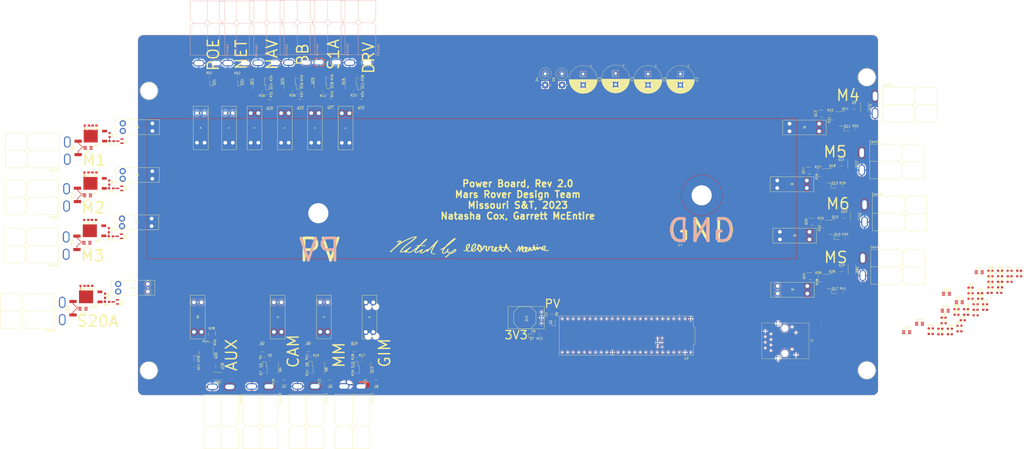
<source format=kicad_pcb>
(kicad_pcb (version 20211014) (generator pcbnew)
  (layers (0 "F.Cu" signal) (31 "B.Cu" signal) (34 "B.Paste" user) (35 "F.Paste" user) (36 "B.SilkS" user "B.Silkscreen") (37 "F.SilkS" user "F.Silkscreen") (38 "B.Mask" user) (39 "F.Mask" user) (44 "Edge.Cuts" user))
  (net 0 "")
  (net 1 "PV")
  (net 2 "GND")
  (net 3 "+3V3")
  (net 4 "Net-(C7-Pad1)")
  (net 5 "LC_Spare")
  (net 6 "M1")
  (net 7 "M2")
  (net 8 "M3")
  (net 9 "M4")
  (net 10 "M5")
  (net 11 "M6")
  (net 12 "MS")
  (net 13 "Aux")
  (net 14 "Spare")
  (net 15 "Cam")
  (net 16 "MM")
  (net 17 "Gimbal")
  (net 18 "Drive")
  (net 19 "Nav")
  (net 20 "BB")
  (net 21 "Net-(D1-Pad2)")
  (net 22 "Net-(D2-Pad2)")
  (net 23 "Net-(D3-Pad2)")
  (net 24 "Net-(D6-Pad2)")
  (net 25 "Net-(D7-Pad2)")
  (net 26 "Net-(D8-Pad2)")
  (net 27 "Net-(D9-Pad2)")
  (net 28 "Net-(D10-Pad2)")
  (net 29 "Net-(D11-Pad2)")
  (net 30 "Net-(D12-Pad2)")
  (net 31 "Net-(D13-Pad2)")
  (net 32 "Net-(D14-Pad2)")
  (net 33 "Net-(D15-Pad2)")
  (net 34 "Net-(D16-Pad2)")
  (net 35 "Net-(D17-Pad2)")
  (net 36 "Net-(D18-Pad2)")
  (net 37 "Net-(D19-Pad2)")
  (net 38 "Net-(D20-Pad2)")
  (net 39 "Net-(F1-Pad2)")
  (net 40 "Net-(F2-Pad2)")
  (net 41 "Net-(F3-Pad2)")
  (net 42 "Net-(F4-Pad2)")
  (net 43 "Net-(F5-Pad2)")
  (net 44 "Net-(F6-Pad2)")
  (net 45 "Net-(F7-Pad2)")
  (net 46 "Net-(F8-Pad2)")
  (net 47 "Net-(F9-Pad2)")
  (net 48 "Net-(F10-Pad2)")
  (net 49 "Net-(F11-Pad2)")
  (net 50 "Net-(F12-Pad2)")
  (net 51 "Net-(F13-Pad2)")
  (net 52 "Net-(F14-Pad2)")
  (net 53 "Net-(F15-Pad2)")
  (net 54 "Net-(F16-Pad2)")
  (net 56 "Net-(J1-Pad10)")
  (net 58 "Net-(J1-Pad1)")
  (net 59 "Net-(J1-Pad3)")
  (net 61 "Net-(J1-Pad4)")
  (net 62 "Net-(J1-Pad6)")
  (net 63 "Net-(Q1-Pad3)")
  (net 64 "Net-(Q2-Pad3)")
  (net 65 "Net-(Q3-Pad1)")
  (net 66 "Net-(Q4-Pad4)")
  (net 67 "Net-(Q5-Pad3)")
  (net 68 "Net-(Q6-Pad3)")
  (net 69 "Net-(Q7-Pad1)")
  (net 70 "Net-(Q8-Pad4)")
  (net 71 "Net-(Q9-Pad3)")
  (net 72 "Net-(Q10-Pad3)")
  (net 73 "Net-(Q11-Pad1)")
  (net 74 "Net-(Q12-Pad4)")
  (net 75 "Net-(Q13-Pad3)")
  (net 76 "Net-(Q14-Pad1)")
  (net 77 "Net-(Q15-Pad3)")
  (net 78 "Net-(Q16-Pad4)")
  (net 79 "Net-(Q17-Pad3)")
  (net 80 "Net-(Q18-Pad1)")
  (net 81 "Net-(Q19-Pad3)")
  (net 82 "Net-(Q20-Pad3)")
  (net 83 "Net-(Q21-Pad4)")
  (net 84 "Net-(Q22-Pad1)")
  (net 85 "Net-(Q23-Pad3)")
  (net 86 "Net-(Q24-Pad3)")
  (net 87 "Net-(Q25-Pad4)")
  (net 88 "Net-(Q26-Pad1)")
  (net 89 "Net-(Q27-Pad3)")
  (net 90 "Net-(Q28-Pad3)")
  (net 91 "Net-(Q29-Pad4)")
  (net 92 "Net-(Q30-Pad1)")
  (net 93 "Net-(Q31-Pad3)")
  (net 94 "Net-(Q32-Pad1)")
  (net 96 "Net-(D21-Pad2)")
  (net 97 "Net-(D22-Pad2)")
  (net 105 "POE")
  (net 106 "Net Switch")
  (net 108 "Net-(F17-Pad2)")
  (net 109 "Net-(F18-Pad2)")
  (net 110 "CTL_M1")
  (net 111 "CTL_Cam")
  (net 112 "Net-(Q3-Pad2)")
  (net 113 "Net-(Q4-Pad5)")
  (net 114 "CTL_M2")
  (net 115 "CTL_MM")
  (net 116 "Net-(Q7-Pad2)")
  (net 117 "Net-(Q8-Pad5)")
  (net 118 "CTL_M3")
  (net 119 "CTL_Gimbal")
  (net 120 "Net-(Q11-Pad2)")
  (net 121 "Net-(Q12-Pad5)")
  (net 122 "CTL_M4")
  (net 123 "Net-(Q14-Pad2)")
  (net 124 "CTL_Drive")
  (net 125 "Net-(Q16-Pad5)")
  (net 126 "CTL_M5")
  (net 127 "Net-(Q18-Pad2)")
  (net 128 "CTL_Nav")
  (net 129 "CTL_M6")
  (net 130 "Net-(Q21-Pad5)")
  (net 131 "Net-(Q22-Pad2)")
  (net 132 "CTL_BB")
  (net 133 "CTL_MS")
  (net 134 "Net-(Q25-Pad5)")
  (net 135 "Net-(Q26-Pad2)")
  (net 136 "CTL_LC_Spare")
  (net 137 "CTL_Aux")
  (net 138 "Net-(Q29-Pad5)")
  (net 139 "Net-(Q30-Pad2)")
  (net 140 "CTL_Spare")
  (net 141 "Net-(Q32-Pad2)")
  (net 142 "CS_M1")
  (net 143 "CS_M2")
  (net 144 "CS_M3")
  (net 145 "CS_M4")
  (net 146 "CS_M5")
  (net 147 "CS_M6")
  (net 148 "CS_MS")
  (net 149 "CS_Aux")
  (net 150 "CS_Spare")
  (net 151 "CS_Drive")
  (net 152 "CS_Nav")
  (net 153 "CS_BB")
  (net 154 "CS_LC_Spare")
  (net 155 "CS_Net Switch")
  (net 156 "CS_POE")
  (net 157 "CS_Gimbal")
  (net 158 "CS_MM")
  (net 159 "CS_Cam")
  (footprint "MRDT_Connectors:Square_Anderson_2_H_Side_By_Side_PV" (layer "F.Cu") (at 346.71 106.934 180)
    (fp_text reference "Conn6")
    (fp_text value "AndersonPP")
  )
  (footprint "MRDT_Connectors:Square_Anderson_2_H_Side_By_Side_PV" (layer "F.Cu") (at 345.44 83.312 180)
    (fp_text reference "Conn5")
    (fp_text value "AndersonPP")
  )
  (footprint "LED_SMD:LED_0603_1608Metric_Pad1.05x0.95mm_HandSolder" (layer "F.Cu") (at 333.248 90.424)
    (fp_text reference "D13")
    (fp_text value "Green")
  )
  (footprint "Resistor_SMD:R_0603_1608Metric_Pad0.98x0.95mm_HandSolder" (layer "F.Cu") (at -8.636 135.636)
    (fp_text reference "R50")
    (fp_text value "3k")
  )
  (footprint "Resistor_SMD:R_0603_1608Metric_Pad0.98x0.95mm_HandSolder" (layer "F.Cu") (at 408.078 138.824)
    (fp_text reference "R68")
    (fp_text value "4.7k")
  )
  (footprint "Resistor_SMD:R_0603_1608Metric_Pad0.98x0.95mm_HandSolder" (layer "F.Cu") (at 332.1812 60.1472 90)
    (fp_text reference "R21")
    (fp_text value "3.3k")
  )
  (footprint "Package_TO_SOT_SMD:SOT-23" (layer "F.Cu") (at 8.2804 91.3384 180)
    (fp_text reference "Q5")
    (fp_text value "BSS138")
  )
  (footprint "Resistor_SMD:R_0603_1608Metric_Pad0.98x0.95mm_HandSolder" (layer "F.Cu") (at 1.6068 140.125 -90)
    (fp_text reference "R48")
    (fp_text value "3.3k")
  )
  (footprint "Resistor_SMD:R_2512_6332Metric_Pad1.40x3.35mm_HandSolder" (layer "F.Cu") (at 341.0622 128.189 90)
    (fp_text reference "R81")
    (fp_text value "1.5m")
  )
  (footprint "Resistor_SMD:R_0603_1608Metric_Pad0.98x0.95mm_HandSolder" (layer "F.Cu") (at 47.3456 162.306)
    (fp_text reference "R44")
    (fp_text value "3.3k")
  )
  (footprint "Resistor_SMD:R_0603_1608Metric_Pad0.98x0.95mm_HandSolder" (layer "F.Cu") (at 75.438 41.261 -90)
    (fp_text reference "R34")
    (fp_text value "3k")
  )
  (footprint "Diode_THT:D_DO-201_P5.08mm_Vertical_KathodeUp" (layer "F.Cu") (at 209.296 44.343 90)
    (fp_text reference "D5")
    (fp_text value "1.5KE36A+")
  )
  (footprint "Resistor_SMD:R_0603_1608Metric_Pad0.98x0.95mm_HandSolder" (layer "F.Cu") (at 404.078 128.784)
    (fp_text reference "R58")
    (fp_text value "4.7k")
  )
  (footprint "Resistor_SMD:R_0603_1608Metric_Pad0.98x0.95mm_HandSolder" (layer "F.Cu") (at 100.584 47.612)
    (fp_text reference "R42")
    (fp_text value "3.3k")
  )
  (footprint "Package_TO_SOT_SMD:SOT-363_SC-70-6_Handsoldering" (layer "F.Cu") (at 383.528 146.934)
    (fp_text reference "U16")
    (fp_text value "INA186")
  )
  (footprint "Capacitor_THT:CP_Radial_D12.5mm_P5.00mm" (layer "F.Cu") (at 218.948 39.332041 -90)
    (fp_text reference "C3")
    (fp_text value "470uF")
  )
  (footprint "MRDT_Connectors:Square_Anderson_2_H_Side_By_Side_PV" (layer "F.Cu") (at -17.7202 142.829)
    (fp_text reference "Conn9")
    (fp_text value "AndersonPP")
  )
  (footprint "MRDT_Drill_Holes:4_40_Hole_Corner" (layer "F.Cu") (at 25.5157 170.0643 180)
    (fp_text reference "V3" hide)
    (fp_text value "Via" hide)
  )
  (footprint "LED_SMD:LED_0603_1608Metric_Pad1.05x0.95mm_HandSolder" (layer "F.Cu") (at -3.1545 62.738 180)
    (fp_text reference "D2")
    (fp_text value "Green")
  )
  (footprint "Resistor_SMD:R_0603_1608Metric_Pad0.98x0.95mm_HandSolder" (layer "F.Cu") (at 118.4148 168.9354 180)
    (fp_text reference "R17")
    (fp_text value "3.3k")
  )
  (footprint "LED_SMD:LED_0603_1608Metric_Pad1.05x0.95mm_HandSolder" (layer "F.Cu") (at 94.996 171.5402 -90)
    (fp_text reference "D8")
    (fp_text value "Green")
  )
  (footprint "Resistor_SMD:R_0603_1608Metric_Pad0.98x0.95mm_HandSolder" (layer "F.Cu") (at 385.628 155.134)
    (fp_text reference "R53")
    (fp_text value "4.7k")
  )
  (footprint "Resistor_SMD:R_0603_1608Metric_Pad0.98x0.95mm_HandSolder" (layer "F.Cu") (at 4.572 69.85)
    (fp_text reference "R2")
    (fp_text value "6.8k")
  )
  (footprint "Resistor_SMD:R_0603_1608Metric_Pad0.98x0.95mm_HandSolder" (layer "F.Cu") (at 408.428 131.294)
    (fp_text reference "R62")
    (fp_text value "4.7k")
  )
  (footprint "Resistor_SMD:R_2512_6332Metric_Pad1.40x3.35mm_HandSolder" (layer "F.Cu") (at -11.176 116.078 -90)
    (fp_text reference "R73")
    (fp_text value "1.5m")
  )
  (footprint "Resistor_SMD:R_0603_1608Metric_Pad0.98x0.95mm_HandSolder" (layer "F.Cu") (at 389.978 153.794)
    (fp_text reference "R82")
    (fp_text value "33m")
  )
  (footprint "Resistor_SMD:R_0603_1608Metric_Pad0.98x0.95mm_HandSolder" (layer "F.Cu") (at 395.028 141.504)
    (fp_text reference "R54")
    (fp_text value "4.7k")
  )
  (footprint "Resistor_SMD:R_0603_1608Metric_Pad0.98x0.95mm_HandSolder" (layer "F.Cu") (at 115.6208 168.021 90)
    (fp_text reference "R18")
    (fp_text value "6.8k")
  )
  (footprint "Package_TO_SOT_SMD:SOT-363_SC-70-6_Handsoldering" (layer "F.Cu") (at 124.8478 179.578 180)
    (fp_text reference "U8")
    (fp_text value "INA186")
  )
  (footprint "Resistor_SMD:R_0603_1608Metric_Pad0.98x0.95mm_HandSolder" (layer "F.Cu") (at 103.378 48.4986 -90)
    (fp_text reference "R43")
    (fp_text value "6.8k")
  )
  (footprint "Capacitor_SMD:C_0603_1608Metric_Pad1.08x0.95mm_HandSolder" (layer "F.Cu") (at 395.028 136.484)
    (fp_text reference "C11")
    (fp_text value "0.1uF")
  )
  (footprint "Resistor_SMD:R_0603_1608Metric_Pad0.98x0.95mm_HandSolder" (layer "F.Cu") (at 72.898 47.611)
    (fp_text reference "R30")
    (fp_text value "3.3k")
  )
  (footprint "Resistor_SMD:R_0603_1608Metric_Pad0.98x0.95mm_HandSolder" (layer "F.Cu") (at 114.554 47.5512)
    (fp_text reference "R23")
    (fp_text value "3.3k")
  )
  (footprint "MRDT_Passives:ATC_Fuse_Block" (layer "F.Cu") (at 312.7502 61.9379)
    (fp_text reference "F7" hide)
    (fp_text value "20")
  )
  (footprint "LED_SMD:LED_0603_1608Metric_Pad1.05x0.95mm_HandSolder" (layer "F.Cu") (at 103.124 44.4365 90)
    (fp_text reference "D18")
    (fp_text value "Green")
  )
  (footprint "Capacitor_SMD:C_0603_1608Metric_Pad1.08x0.95mm_HandSolder" (layer "F.Cu") (at 385.628 157.644)
    (fp_text reference "C9")
    (fp_text value "0.1uF")
  )
  (footprint "Package_TO_SOT_SMD:SOT-23" (layer "F.Cu") (at 94.1324 164.0332)
    (fp_text reference "Q6")
    (fp_text value "BSS138")
  )
  (footprint "Resistor_SMD:R_0603_1608Metric_Pad0.98x0.95mm_HandSolder" (layer "F.Cu") (at 338.074 113.792 180)
    (fp_text reference "R35")
    (fp_text value "3k")
  )
  (footprint "Package_TO_SOT_SMD:SOT-23" (layer "F.Cu") (at 322.063 131.1862)
    (fp_text reference "Q24")
    (fp_text value "BSS138")
  )
  (footprint "Resistor_SMD:R_0603_1608Metric_Pad0.98x0.95mm_HandSolder" (layer "F.Cu") (at 86.8152 47.498)
    (fp_text reference "R36")
    (fp_text value "3.3k")
  )
  (footprint "Libraries:MRDT_GarrettMcEntire_40mmX30mm" (layer "F.Cu") (at 184.054907 128.524)
    (fp_text reference "G***" hide)
    (fp_text value "LOGO" hide)
  )
  (footprint "Resistor_SMD:R_0603_1608Metric_Pad0.98x0.95mm_HandSolder" (layer "F.Cu") (at 417.128 131.294)
    (fp_text reference "R78")
    (fp_text value "33m")
  )
  (footprint "MRDT_Drill_Holes:4_40_Hole_Corner" (layer "F.Cu") (at 343.88946 44.8197)
    (fp_text reference "V6" hide)
    (fp_text value "Via" hide)
  )
  (footprint "LED_SMD:LED_0603_1608Metric_Pad1.05x0.95mm_HandSolder" (layer "F.Cu") (at 115.8748 171.704 -90)
    (fp_text reference "D10")
    (fp_text value "Green")
  )
  (footprint "Package_TO_SOT_SMD:SOT-363_SC-70-6_Handsoldering" (layer "F.Cu") (at 384.078 139.234)
    (fp_text reference "U10")
    (fp_text value "INA186")
  )
  (footprint "LED_SMD:LED_0603_1608Metric_Pad1.05x0.95mm_HandSolder" (layer "F.Cu") (at 62.611 43.039 90)
    (fp_text reference "D22")
    (fp_text value "Green")
  )
  (footprint "Resistor_SMD:R_0603_1608Metric_Pad0.98x0.95mm_HandSolder" (layer "F.Cu") (at 399.378 141.504)
    (fp_text reference "R80")
    (fp_text value "33m")
  )
  (footprint "LED_SMD:LED_0603_1608Metric_Pad1.05x0.95mm_HandSolder" (layer "F.Cu") (at 339.09 64.516)
    (fp_text reference "D11")
    (fp_text value "Green")
  )
  (footprint "MRDT_Connectors:Square_Anderson_2_H_Side_By_Side_PV" (layer "F.Cu") (at -15.9422 113.111)
    (fp_text reference "Conn3")
    (fp_text value "AndersonPP")
  )
  (footprint "MRDT_Passives:ATC_Fuse_Block" (layer "F.Cu") (at 95.3135 70.5866 90)
    (fp_text reference "F14" hide)
    (fp_text value "1")
  )
  (footprint "MRDT_Passives:ATC_Fuse_Block" (layer "F.Cu") (at 23.0886 86.9569 180)
    (fp_text reference "F3" hide)
    (fp_text value "20")
  )
  (footprint "Resistor_SMD:R_0603_1608Metric_Pad0.98x0.95mm_HandSolder" (layer "F.Cu") (at -6.9615 105.664)
    (fp_text reference "R19")
    (fp_text value "3k")
  )
  (footprint "Capacitor_SMD:C_0603_1608Metric_Pad1.08x0.95mm_HandSolder" (layer "F.Cu") (at 412.778 131.294)
    (fp_text reference "C17")
    (fp_text value "0.1uF")
  )
  (footprint "Capacitor_SMD:C_0603_1608Metric_Pad1.08x0.95mm_HandSolder" (layer "F.Cu") (at 392.978 148.774)
    (fp_text reference "C20")
    (fp_text value "0.1uF")
  )
  (footprint "MRDT_Passives:ATC_Fuse_Block" (layer "F.Cu") (at 308.3536 111.1123)
    (fp_text reference "F11" hide)
    (fp_text value "20")
  )
  (footprint "LED_SMD:LED_0603_1608Metric_Pad1.05x0.95mm_HandSolder" (layer "F.Cu") (at 117.094 44.7572 90)
    (fp_text reference "D12")
    (fp_text value "Green")
  )
  (footprint "LED_SMD:LED_0603_1608Metric_Pad1.05x0.95mm_HandSolder" (layer "F.Cu") (at 89.3552 44.704 90)
    (fp_text reference "D16")
    (fp_text value "Green")
  )
  (footprint "MRDT_Passives:ATC_Fuse_Block" (layer "F.Cu") (at 109.2327 70.6374 90)
    (fp_text reference "F8" hide)
    (fp_text value "1")
  )
  (footprint "Package_TO_SOT_SMD:SOT-363_SC-70-6_Handsoldering" (layer "F.Cu") (at 336.4902 128.016)
    (fp_text reference "U15")
    (fp_text value "INA186")
  )
  (footprint "MRDT_Passives:ATC_Fuse_Block" (layer "F.Cu") (at 45.4533 143.129 -90)
    (fp_text reference "F15" hide)
    (fp_text value "20")
  )
  (footprint "Package_TO_SOT_SMD:SOT-363_SC-70-6_Handsoldering" (layer "F.Cu") (at 342.138 54.102)
    (fp_text reference "U9")
    (fp_text value "INA186")
  )
  (footprint "Package_SO:SOP-8_3.9x4.9mm_P1.27mm" (layer "F.Cu") (at 71.628 42.785 90)
    (fp_text reference "Q21")
    (fp_text value "IRF7606PBF")
  )
  (footprint "Resistor_SMD:R_0603_1608Metric_Pad0.98x0.95mm_HandSolder" (layer "F.Cu") (at 327.7846 109.3724 90)
    (fp_text reference "R32")
    (fp_text value "3.3k")
  )
  (footprint "Resistor_SMD:R_2512_6332Metric_Pad1.40x3.35mm_HandSolder" (layer "F.Cu") (at 52.96 176.724)
    (fp_text reference "R84")
    (fp_text value "1.5m")
  )
  (footprint "LED_SMD:LED_0603_1608Metric_Pad1.05x0.95mm_HandSolder" (layer "F.Cu") (at 74.0918 171.7294 -90)
    (fp_text reference "D3")
    (fp_text value "Green")
  )
  (footprint "Capacitor_THT:CP_Radial_D12.5mm_P5.00mm" (layer "F.Cu") (at 233.68 39.116 -90)
    (fp_text reference "C1")
    (fp_text value "470uF")
  )
  (footprint "Resistor_SMD:R_0603_1608Metric_Pad0.98x0.95mm_HandSolder" (layer "F.Cu") (at 205.486 148.4865 90)
    (fp_text reference "R5")
    (fp_text value "3k")
  )
  (footprint "MRDT_Passives:ATC_Fuse_Block" (layer "F.Cu") (at 307.136 87.7571)
    (fp_text reference "F9" hide)
    (fp_text value "20")
  )
  (footprint "Resistor_SMD:R_0603_1608Metric_Pad0.98x0.95mm_HandSolder" (layer "F.Cu") (at 404.078 131.294)
    (fp_text reference "R63")
    (fp_text value "4.7k")
  )
  (footprint "Resistor_SMD:R_0603_1608Metric_Pad0.98x0.95mm_HandSolder" (layer "F.Cu") (at 326.5162 85.9645 90)
    (fp_text reference "R26")
    (fp_text value "3.3k")
  )
  (footprint "Capacitor_SMD:C_0603_1608Metric_Pad1.08x0.95mm_HandSolder" (layer "F.Cu") (at 397.328 146.524)
    (fp_text reference "C22")
    (fp_text value "0.1uF")
  )
  (footprint "MRDT_Connectors:Square_Anderson_2_H_Side_By_Side_PV" (layer "F.Cu") (at -15.748 91.1908)
    (fp_text reference "Conn2")
    (fp_text value "AndersonPP")
  )
  (footprint "Package_TO_SOT_SMD:SOT-23" (layer "F.Cu") (at 327.4568 57.3532)
    (fp_text reference "Q13")
    (fp_text value "BSS138")
  )
  (footprint "Package_TO_SOT_SMD:SOT-363_SC-70-6_Handsoldering" (layer "F.Cu") (at 398.978 129.454)
    (fp_text reference "U12")
    (fp_text value "INA186")
  )
  (footprint "Libraries:MRDT_NatashaCox_40mmX50mm" (layer "F.Cu") (at 146.812 117.856)
    (fp_text reference "G***" hide)
    (fp_text value "LOGO" hide)
  )
  (footprint "MRDT_Passives:ATC_Fuse_Block" (layer "F.Cu") (at 43.3959 70.5866 90)
    (fp_text reference "F17" hide)
    (fp_text value "5")
  )
  (footprint "Capacitor_SMD:C_0603_1608Metric_Pad1.08x0.95mm_HandSolder" (layer "F.Cu") (at 401.678 146.524)
    (fp_text reference "C21")
    (fp_text value "0.1uF")
  )
  (footprint "Package_TO_SOT_SMD:SOT-23" (layer "F.Cu") (at 321.7918 83.2232)
    (fp_text reference "Q17")
    (fp_text value "BSS138")
  )
  (footprint "Capacitor_SMD:C_0603_1608Metric_Pad1.08x0.95mm_HandSolder" (layer "F.Cu") (at 388.628 148.774)
    (fp_text reference "C24")
    (fp_text value "0.1uF")
  )
  (footprint "Package_TO_SOT_SMD:SOT-23" (layer "F.Cu") (at 114.9096 164.1094)
    (fp_text reference "Q10")
    (fp_text value "BSS138")
  )
  (footprint "Capacitor_SMD:C_0603_1608Metric_Pad1.08x0.95mm_HandSolder" (layer "F.Cu") (at 392.978 146.264)
    (fp_text reference "C18")
    (fp_text value "0.1uF")
  )
  (footprint "Capacitor_SMD:C_0603_1608Metric_Pad1.08x0.95mm_HandSolder" (layer "F.Cu") (at 408.428 133.804)
    (fp_text reference "C12")
    (fp_text value "0.1uF")
  )
  (footprint "MRDT_Drill_Holes:BATT_PWR_VIA" (layer "F.Cu") (at 98.552 102.616)
    (fp_text reference "V1" hide)
    (fp_text value "BATT_PWR_VIA" hide)
  )
  (footprint "Resistor_SMD:R_0603_1608Metric_Pad0.98x0.95mm_HandSolder" (layer "F.Cu") (at 325.6018 83.2232 180)
    (fp_text reference "R27")
    (fp_text value "6.8k")
  )
  (footprint "Capacitor_THT:CP_Radial_D12.5mm_P5.00mm" (layer "F.Cu") (at 263.144 39.332041 -90)
    (fp_text reference "C2")
    (fp_text value "470uF")
  )
  (footprint "Capacitor_SMD:C_0603_1608Metric_Pad1.08x0.95mm_HandSolder" (layer "F.Cu") (at 389.978 156.304)
    (fp_text reference "C15")
    (fp_text value "0.1uF")
  )
  (footprint "MRDT_Connectors:Square_Anderson_2_H_Side_By_Side_PV" (layer "F.Cu") (at 345.8882 131.237 180)
    (fp_text reference "Conn7")
    (fp_text value "AndersonPP")
  )
  (footprint "Capacitor_SMD:C_0603_1608Metric_Pad1.08x0.95mm_HandSolder" (layer "F.Cu") (at 382.778 150.114)
    (fp_text reference "C8")
    (fp_text value "0.1uF")
  )
  (footprint "MRDT_Passives:ATC_Fuse_Block" (layer "F.Cu") (at 67.8307 70.5866 90)
    (fp_text reference "F10" hide)
    (fp_text value "1")
  )
  (footprint "Capacitor_SMD:C_0603_1608Metric_Pad1.08x0.95mm_HandSolder" (layer "F.Cu") (at 403.728 138.824)
    (fp_text reference "C23")
    (fp_text value "0.1uF")
  )
  (footprint "MRDT_Connectors:Square_Anderson_2_H_Side_By_Side_PV" (layer "F.Cu") (at -15.4342 69.931)
    (fp_text reference "Conn1")
    (fp_text value "AndersonPP")
  )
  (footprint "MRDT_Drill_Holes:4_40_Hole_Corner" (layer "F.Cu") (at 25.59812 50.99812 90)
    (fp_text reference "V5" hide)
    (fp_text value "Via" hide)
  )
  (footprint "Resistor_SMD:R_0603_1608Metric_Pad0.98x0.95mm_HandSolder" (layer "F.Cu") (at 42.672 172.547 90)
    (fp_text reference "R47")
    (fp_text value "3k")
  )
  (footprint "Resistor_SMD:R_0603_1608Metric_Pad0.98x0.95mm_HandSolder" (layer "F.Cu") (at 3.683 67.056 -90)
    (fp_text reference "R1")
    (fp_text value "3.3k")
  )
  (footprint "Resistor_SMD:R_0603_1608Metric_Pad0.98x0.95mm_HandSolder" (layer "F.Cu") (at 388.628 146.264)
    (fp_text reference "R59")
    (fp_text value "4.7k")
  )
  (footprint "Resistor_SMD:R_0603_1608Metric_Pad0.98x0.95mm_HandSolder" (layer "F.Cu") (at 117.2992 48.4886 -90)
    (fp_text reference "R24")
    (fp_text value "6.8k")
  )
  (footprint "Package_TO_SOT_SMD:TO-252-2" (layer "F.Cu") (at -4.9278 140.634 180)
    (fp_text reference "Q32")
    (fp_text value "QM6015D")
  )
  (footprint "Resistor_SMD:R_2512_6332Metric_Pad1.40x3.35mm_HandSolder" (layer "F.Cu") (at -12.954 145.796 -90)
    (fp_text reference "R86")
    (fp_text value "1.5m")
  )
  (footprint "Package_TO_SOT_SMD:TO-252-2" (layer "F.Cu") (at -2.794 67.564 180)
    (fp_text reference "Q3")
    (fp_text value "QM6015D")
  )
  (footprint "Package_TO_SOT_SMD:SOT-363_SC-70-6_Handsoldering" (layer "F.Cu") (at 336.296 80.01)
    (fp_text reference "U11")
    (fp_text value "INA186")
  )
  (footprint "Capacitor_SMD:C_0603_1608Metric_Pad1.08x0.95mm_HandSolder" (layer "F.Cu") (at 203.708 148.4865 -90)
    (fp_text reference "C4")
    (fp_text value "10uF")
  )
  (footprint "Resistor_SMD:R_0603_1608Metric_Pad0.98x0.95mm_HandSolder" (layer "F.Cu") (at 342.646 64.516 180)
    (fp_text reference "R25")
    (fp_text value "3k")
  )
  (footprint "Capacitor_SMD:C_0603_1608Metric_Pad1.08x0.95mm_HandSolder" (layer "F.Cu") (at 381.278 157.644)
    (fp_text reference "C19")
    (fp_text value "0.1uF")
  )
  (footprint "Resistor_SMD:R_0603_1608Metric_Pad0.98x0.95mm_HandSolder" (layer "F.Cu") (at 408.428 136.314)
    (fp_text reference "R65")
    (fp_text value "4.7k")
  )
  (footprint "Package_TO_SOT_SMD:TO-252-2" (layer "F.Cu") (at 333.0694 85.56)
    (fp_text reference "Q18")
    (fp_text value "QM6015D")
  )
  (footprint "Resistor_SMD:R_0603_1608Metric_Pad0.98x0.95mm_HandSolder" (layer "F.Cu") (at 3.302 110.3395 -90)
    (fp_text reference "R15")
    (fp_text value "3.3k")
  )
  (footprint "Resistor_SMD:R_0603_1608Metric_Pad0.98x0.95mm_HandSolder" (layer "F.Cu") (at 100.584 179.2732 -90)
    (fp_text reference "R72")
    (fp_text value "6m")
  )
  (footprint "Resistor_SMD:R_0603_1608Metric_Pad0.98x0.95mm_HandSolder" (layer "F.Cu") (at 94.742 167.894 90)
    (fp_text reference "R11")
    (fp_text value "6.8k")
  )
  (footprint "Resistor_SMD:R_0603_1608Metric_Pad0.98x0.95mm_HandSolder" (layer "F.Cu") (at 404.078 133.804)
    (fp_text reference "R61")
    (fp_text value "4.7k")
  )
  (footprint "Package_TO_SOT_SMD:TO-252-2" (layer "F.Cu") (at -2.9464 89.053391 180)
    (fp_text reference "Q7")
    (fp_text value "QM6015D")
  )
  (footprint "Resistor_SMD:R_0603_1608Metric_Pad0.98x0.95mm_HandSolder" (layer "F.Cu") (at 408.428 128.784)
    (fp_text reference "R56")
    (fp_text value "4.7k")
  )
  (footprint "MRDT_Passives:ATC_Fuse_Block" (layer "F.Cu") (at 102.8065 143.0782 -90)
    (fp_text reference "F4" hide)
    (fp_text value "5")
  )
  (footprint "Package_TO_SOT_SMD:SOT-23" (layer "F.Cu") (at 8.382 69.85 180)
    (fp_text reference "Q1")
    (fp_text value "BSS138")
  )
  (footprint "Package_TO_SOT_SMD:SOT-23" (layer "F.Cu") (at 323.111 106.4768)
    (fp_text reference "Q20")
    (fp_text value "BSS138")
  )
  (footprint "Resistor_SMD:R_0603_1608Metric_Pad0.98x0.95mm_HandSolder" (layer "F.Cu") (at 117.094 41.2012 -90)
    (fp_text reference "R28")
    (fp_text value "3k")
  )
  (footprint "Package_SO:SOP-8_3.9x4.9mm_P1.27mm" (layer "F.Cu") (at 113.284 42.7252 90)
    (fp_text reference "Q16")
    (fp_text value "IRF7606PBF")
  )
  (footprint "LED_SMD:LED_0603_1608Metric_Pad1.05x0.95mm_HandSolder" (layer "F.Cu") (at -3.1985 84.074 180)
    (fp_text reference "D6")
    (fp_text value "Green")
  )
  (footprint "Package_TO_SOT_SMD:SOT-23" (layer "F.Cu") (at 117.9596 52.3772 180)
    (fp_text reference "Q15")
    (fp_text value "BSS138")
  )
  (footprint "MRDT_Connectors:Square_Anderson_2_H_Side_By_Side_PV" (layer "F.Cu") (at 50.12 181.4254 90)
    (fp_text reference "Conn8")
    (fp_text value "AndersonPP")
  )
  (footprint "MRDT_Connectors:Square_Anderson_2_H_Side_By_Side_PV" (layer "F.Cu") (at 88.854 181.1806 90)
    (fp_text reference "Conn11")
    (fp_text value "AndersonPP")
  )
  (footprint "Capacitor_SMD:C_0603_1608Metric_Pad1.08x0.95mm_HandSolder" (layer "F.Cu") (at 376.928 157.514)
    (fp_text reference "C25")
    (fp_text value "0.1uF")
  )
  (footprint "Resistor_SMD:R_0603_1608Metric_Pad0.98x0.95mm_HandSolder" (layer "F.Cu") (at 74.0918 175.2854 90)
    (fp_text reference "R7")
    (fp_text value "3k")
  )
  (footprint "LED_SMD:LED_0603_1608Metric_Pad1.05x0.95mm_HandSolder" (layer "F.Cu") (at 42.672 168.991 -90)
    (fp_text reference "D19")
    (fp_text value "Green")
  )
  (footprint "Resistor_SMD:R_0603_1608Metric_Pad0.98x0.95mm_HandSolder" (layer "F.Cu") (at 337.1017 138.43 180)
    (fp_text reference "R41")
    (fp_text value "3k")
  )
  (footprint "Package_SO:SOP-8_3.9x4.9mm_P1.27mm" (layer "F.Cu") (at 119.6848 173.7614 -90)
    (fp_text reference "Q12")
    (fp_text value "IRF7606PBF")
  )
  (footprint "Resistor_SMD:R_0603_1608Metric_Pad0.98x0.95mm_HandSolder" (layer "F.Cu") (at 382.778 152.624)
    (fp_text reference "R85")
    (fp_text value "33m")
  )
  (footprint "Package_TO_SOT_SMD:TO-252-2" (layer "F.Cu") (at 334.2712 108.965)
    (fp_text reference "Q22")
    (fp_text value "QM6015D")
  )
  (footprint "Resistor_SMD:R_0603_1608Metric_Pad0.98x0.95mm_HandSolder" (layer "F.Cu") (at 89.3552 41.148 -90)
    (fp_text reference "R40")
    (fp_text value "3k")
  )
  (footprint "Capacitor_SMD:C_0603_1608Metric_Pad1.08x0.95mm_HandSolder" (layer "F.Cu") (at 327.055 152.94)
    (fp_text reference "C7")
    (fp_text value "0.1uF")
  )
  (footprint "Package_TO_SOT_SMD:SOT-23" (layer "F.Cu") (at 90.3224 52.4486 180)
    (fp_text reference "Q23")
    (fp_text value "BSS138")
  )
  (footprint "MRDT_Passives:ATC_Fuse_Block" (layer "F.Cu") (at 23.1394 65.2272 180)
    (fp_text reference "F1" hide)
    (fp_text value "20")
  )
  (footprint "Package_TO_SOT_SMD:SOT-363_SC-70-6_Handsoldering" (layer "F.Cu") (at -6.604 116.078 180)
    (fp_text reference "U7")
    (fp_text value "INA186")
  )
  (footprint "MRDT_Passives:ATC_Fuse_Block" (layer "F.Cu") (at 81.6483 70.5866 90)
    (fp_text reference "F12" hide)
    (fp_text value "1")
  )
  (footprint "Package_TO_SOT_SMD:SOT-363_SC-70-6_Handsoldering" (layer "F.Cu") (at -6.052 72.9381 180)
    (fp_text reference "U3")
    (fp_text value "INA186")
  )
  (footprint "Package_TO_SOT_SMD:SOT-23" (layer "F.Cu") (at 50.0888 157.6324 -90)
    (fp_text reference "Q28")
    (fp_text value "BSS138")
  )
  (footprint "Package_SO:SOP-8_3.9x4.9mm_P1.27mm" (layer "F.Cu") (at 98.806 173.6852 -90)
    (fp_text reference "Q8")
    (fp_text value "IRF7606PBF")
  )
  (footprint "Resistor_SMD:R_0603_1608Metric_Pad0.98x0.95mm_HandSolder" (layer "F.Cu") (at 79.6798 179.2459 -90)
    (fp_text reference "R70")
    (fp_text value "6m")
  )
  (footprint "LED_SMD:LED_0603_1608Metric_Pad1.05x0.95mm_HandSolder" (layer "F.Cu") (at 205.486 152.0425 90)
    (fp_text reference "D1")
    (fp_text value "Green")
  )
  (footprint "Resistor_SMD:R_2512_6332Metric_Pad1.40x3.35mm_HandSolder" (layer "F.Cu") (at -10.624 72.9381 -90)
    (fp_text reference "R69")
    (fp_text value "1.5m")
  )
  (footprint "Resistor_SMD:R_2512_6332Metric_Pad1.40x3.35mm_HandSolder" (layer "F.Cu") (at 340.868 80.264 90)
    (fp_text reference "R77")
    (fp_text value "1.5m")
  )
  (footprint "Package_TO_SOT_SMD:SOT-363_SC-70-6_Handsoldering" (layer "F.Cu") (at 371.828 152.864)
    (fp_text reference "U14")
    (fp_text value "INA186")
  )
  (footprint "Resistor_SMD:R_0603_1608Metric_Pad0.98x0.95mm_HandSolder" (layer "F.Cu") (at -6.7105 62.738)
    (fp_text reference "R6")
    (fp_text value "3k")
  )
  (footprint "MRDT_Passives:ATC_Fuse_Block" (layer "F.Cu") (at 81.8007 143.129 -90)
    (fp_text reference "F2" hide)
    (fp_text value "5")
  )
  (footprint "LED_SMD:LED_0603_1608Metric_Pad1.05x0.95mm_HandSolder" (layer "F.Cu") (at 195.58 158.242)
    (fp_text reference "D7")
    (fp_text value "Green")
  )
  (footprint "Resistor_SMD:R_0603_1608Metric_Pad0.98x0.95mm_HandSolder" (layer "F.Cu") (at 94.996 175.2092 90)
    (fp_text reference "R14")
    (fp_text value "3k")
  )
  (footprint "LED_SMD:LED_0603_1608Metric_Pad1.05x0.95mm_HandSolder" (layer "F.Cu") (at 75.438 44.817 90)
    (fp_text reference "D14")
    (fp_text value "Green")
  )
  (footprint "Package_SO:SOP-8_3.9x4.9mm_P1.27mm" (layer "F.Cu") (at 77.9018 173.7106 -90)
    (fp_text reference "Q4")
    (fp_text value "IRF7606PBF")
  )
  (footprint "Package_TO_SOT_SMD:SOT-23" (layer "F.Cu") (at 104.0912 52.184 180)
    (fp_text reference "Q27")
    (fp_text value "BSS138")
  )
  (footprint "Resistor_SMD:R_0603_1608Metric_Pad0.98x0.95mm_HandSolder" (layer "F.Cu") (at 326.8702 106.5276 180)
    (fp_text reference "R33")
    (fp_text value "6.8k")
  )
  (footprint "Package_TO_SOT_SMD:SOT-23" (layer "F.Cu") (at 8.128 113.1316 180)
    (fp_text reference "Q9")
    (fp_text value "BSS138")
  )
  (footprint "MRDT_Drill_Holes:BATT_PWR_VIA" (layer "F.Cu") (at 272.796 94.488)
    (fp_text reference "V2" hide)
    (fp_text value "GND1" hide)
  )
  (footprint "Resistor_SMD:R_0603_1608Metric_Pad0.98x0.95mm_HandSolder" (layer "F.Cu") (at 395.028 138.994)
    (fp_text reference "R67")
    (fp_text value "4.7k")
  )
  (footprint "Capacitor_SMD:C_0603_1608Metric_Pad1.08x0.95mm_HandSolder" (layer "F.Cu") (at 399.378 138.994)
    (fp_text reference "C16")
    (fp_text value "0.1uF")
  )
  (footprint "Resistor_SMD:R_0603_1608Metric_Pad0.98x0.95mm_HandSolder" (layer "F.Cu") (at 121.5458 179.324 -90)
    (fp_text reference "R74")
    (fp_text value "6m")
  )
  (footprint "LED_SMD:LED_0603_1608Metric_Pad1.05x0.95mm_HandSolder" (layer "F.Cu") (at -5.08 135.636 180)
    (fp_text reference "D20")
    (fp_text value "Green")
  )
  (footprint "Resistor_SMD:R_0603_1608Metric_Pad0.98x0.95mm_HandSolder" (layer "F.Cu") (at 103.124 40.8805 -90)
    (fp_text reference "R46")
    (fp_text value "3k")
  )
  (footprint "Resistor_SMD:R_0603_1608Metric_Pad0.98x0.95mm_HandSolder" (layer "F.Cu") (at 4.2164 113.1316)
    (fp_text reference "R16")
    (fp_text value "6.8k")
  )
  (footprint "Package_TO_SOT_SMD:SOT-23" (layer "F.Cu") (at 76.4052 52.6632 180)
    (fp_text reference "Q19")
    (fp_text value "BSS138")
  )
  (footprint "Package_TO_SOT_SMD:SOT-363_SC-70-6_Handsoldering" (layer "F.Cu") (at 337.566 103.632)
    (fp_text reference "U13")
    (fp_text value "INA186")
  )
  (footprint "Resistor_SMD:R_0603_1608Metric_Pad0.98x0.95mm_HandSolder" (layer "F.Cu") (at 331.2668 57.3532 180)
    (fp_text reference "R22")
    (fp_text value "6.8k")
  )
  (footprint "Package_TO_SOT_SMD:SOT-23" (layer "F.Cu") (at 6.3312 142.919 180)
    (fp_text reference "Q31")
    (fp_text value "BSS138")
  )
  (footprint "MRDT_Passives:ATC_Fuse_Block" (layer "F.Cu") (at 123.5329 143.129 -90)
    (fp_text reference "F6" hide)
    (fp_text value "5")
  )
  (footprint "MRDT_Connectors:Square_Anderson_2_H_Side_By_Side_PV" (layer "F.Cu") (at 109.8158 181.2314 90)
    (fp_text reference "Conn12")
    (fp_text value "AndersonPP")
  )
  (footprint "Resistor_SMD:R_0603_1608Metric_Pad0.98x0.95mm_HandSolder" (layer "F.Cu") (at 397.328 149.034)
    (fp_text reference "R57")
    (fp_text value "4.7k")
  )
  (footprint "Resistor_SMD:R_0603_1608Metric_Pad0.98x0.95mm_HandSolder" (layer "F.Cu") (at 75.692 48.627 -90)
    (fp_text reference "R31")
    (fp_text value "6.8k")
  )
  (footprint "Resistor_SMD:R_0603_1608Metric_Pad0.98x0.95mm_HandSolder" (layer "F.Cu") (at 4.4196 91.3384)
    (fp_text reference "R9")
    (fp_text value "6.8k")
  )
  (footprint "Resistor_SMD:R_0603_1608Metric_Pad0.98x0.95mm_HandSolder" (layer "F.Cu") (at 404.078 136.314)
    (fp_text reference "R66")
    (fp_text value "4.7k")
  )
  (footprint "Package_SO:SOP-8_3.9x4.9mm_P1.27mm" (layer "F.Cu") (at 99.314 42.532 90)
    (fp_text reference "Q29")
    (fp_text value "IRF7606PBF")
  )
  (footprint "Package_TO_SOT_SMD:SOT-363_SC-70-6_Handsoldering" (layer "F.Cu") (at 389.928 143.084)
    (fp_text reference "U17")
    (fp_text value "INA186")
  )
  (footprint "Resistor_SMD:R_0603_1608Metric_Pad0.98x0.95mm_HandSolder" (layer "F.Cu") (at 115.8748 175.26 90)
    (fp_text reference "R20")
    (fp_text value "3k")
  )
  (footprint "Package_TO_SOT_SMD:TO-252-2" (layer "F.Cu") (at 47.6514 168.7926 -90)
    (fp_text reference "Q30")
    (fp_text value "QM6015D")
  )
  (footprint "Resistor_SMD:R_0603_1608Metric_Pad0.98x0.95mm_HandSolder" (layer "F.Cu") (at 3.5306 88.6714 -90)
    (fp_text reference "R8")
    (fp_text value "3.3k")
  )
  (footprint "MRDT_Shields:Teensy_4_1_Ethernet" (layer "F.Cu") (at 238.5695 158.242 180)
    (fp_text reference "U2")
    (fp_text value "Teensy4.1_DEV-16771")
  )
  (footprint "MRDT_Connectors:Square_Anderson_2_H_Side_By_Side_PV" (layer "F.Cu") (at 67.9498 181.2568 90)
    (fp_text reference "Conn10")
    (fp_text value "AndersonPP")
  )
  (footprint "Resistor_SMD:R_0603_1608Metric_Pad0.98x0.95mm_HandSolder" (layer "F.Cu") (at 97.536 168.8592 180)
    (fp_text reference "R10")
    (fp_text value "3.3k")
  )
  (footprint "Resistor_SMD:R_0603_1608Metric_Pad0.98x0.95mm_HandSolder" (layer "F.Cu") (at 49.022 40.386)
    (fp_text reference "R51")
    (fp_text value "3k")
  )
  (footprint "Package_TO_SOT_SMD:TO-252-2" (layer "F.Cu") (at -3.2004 110.5906 180)
    (fp_text reference "Q11")
    (fp_text value "QM6015D")
  )
  (footprint "Capacitor_SMD:C_0603_1608Metric_Pad1.08x0.95mm_HandSolder" (layer "F.Cu") (at 381.278 155.134)
    (fp_text reference "C14")
    (fp_text value "0.1uF")
  )
  (footprint "Resistor_SMD:R_0603_1608Metric_Pad0.98x0.95mm_HandSolder" (layer "F.Cu") (at 73.7362 167.9721 90)
    (fp_text reference "R4")
    (fp_text value "6.8k")
  )
  (footprint "Capacitor_SMD:C_0603_1608Metric_Pad1.08x0.95mm_HandSolder" (layer "F.Cu") (at 391.478 151.284)
    (fp_text reference "C10")
    (fp_text value "0.1uF")
  )
  (footprint "MRDT_Devices:OKI_Horizontal" (layer "F.Cu") (at 200.025 147.574 -90)
    (fp_text reference "U1" hide)
    (fp_text value "3V3")
  )
  (footprint "Package_TO_SOT_SMD:SOT-363_SC-70-6_Handsoldering" (layer "F.Cu") (at 365.978 156.714)
    (fp_text reference "U19")
    (fp_text value "INA186")
  )
  (footprint "Resistor_SMD:R_0603_1608Metric_Pad0.98x0.95mm_HandSolder" (layer "F.Cu") (at 376.928 155.004)
    (fp_text reference "R76")
    (fp_text value "33m")
  )
  (footprint "Resistor_SMD:R_2512_6332Metric_Pad1.40x3.35mm_HandSolder" (layer "F.Cu") (at -10.922 94.2848 -90)
    (fp_text reference "R71")
    (fp_text value "1.5m")
  )
  (footprint "Resistor_SMD:R_0603_1608Metric_Pad0.98x0.95mm_HandSolder" (layer "F.Cu") (at 2.5212 142.919)
    (fp_text reference "R49")
    (fp_text value "6.8k")
  )
  (footprint "MRDT_Passives:ATC_Fuse_Block" (layer "F.Cu") (at 56.2483 70.5866 90)
    (fp_text reference "F18" hide)
    (fp_text value "1")
  )
  (footprint "Package_TO_SOT_SMD:SOT-363_SC-70-6_Handsoldering" (layer "F.Cu") (at 103.886 179.5272 180)
    (fp_text reference "U6")
    (fp_text value "INA186")
  )
  (footprint "MRDT_Passives:ATC_Fuse_Block" (layer "F.Cu") (at 307.3564 135.7201)
    (fp_text reference "F13" hide)
    (fp_text value "20")
  )
  (footprint "MRDT_Connectors:RJ45_Teensy" (layer "F.Cu") (at 323.596 160.528 90)
    (fp_text reference "J1")
    (fp_text value "RJ45_LED_Shielded")
  )
  (footprint "Resistor_SMD:R_0603_1608Metric_Pad0.98x0.95mm_HandSolder" (layer "F.Cu") (at 76.581 168.9354 180)
    (fp_text reference "R3")
    (fp_text value "3.3k")
  )
  (footprint "Resistor_SMD:R_2512_6332Metric_Pad1.40x3.35mm_HandSolder" (layer "F.Cu") (at 346.71 54.356 90)
    (fp_text reference "R75")
    (fp_text value "1.5m")
  )
  (footprint "Resistor_SMD:R_0603_1608Metric_Pad0.98x0.95mm_HandSolder" (layer "F.Cu") (at 50.0888 161.3916 90)
    (fp_text reference "R45")
    (fp_text value "6.8k")
  )
  (footprint "Capacitor_THT:CP_Radial_D12.5mm_P5.00mm" (layer "F.Cu") (at 248.412 39.332041 -90)
    (fp_text reference "C5")
    (fp_text value "470uF")
  )
  (footprint "Resistor_SMD:R_0603_1608Metric_Pad0.98x0.95mm_HandSolder" (layer "F.Cu") (at 397.328 144.014)
    (fp_text reference "R60")
    (fp_text value "4.7k")
  )
  (footprint "Package_TO_SOT_SMD:TO-252-2" (layer "F.Cu") (at 333.239 133.6246)
    (fp_text reference "Q26")
    (fp_text value "QM6015D")
  )
  (footprint "MRDT_Drill_Holes:4_40_Hole_Corner" (layer "F.Cu") (at 343.87028 170.00728 -90)
    (fp_text reference "V4" hide)
    (fp_text value "Via" hide)
  )
  (footprint "Package_TO_SOT_SMD:SOT-363_SC-70-6_Handsoldering" (layer "F.Cu") (at 82.9818 179.4999 180)
    (fp_text reference "U4")
    (fp_text value "INA186")
  )
  (footprint "Package_TO_SOT_SMD:SOT-363_SC-70-6_Handsoldering" (layer "F.Cu") (at 53.086 172.152 -90)
    (fp_text reference "U18")
    (fp_text value "INA186")
  )
  (footprint "Resistor_SMD:R_0603_1608Metric_Pad0.98x0.95mm_HandSolder" (layer "F.Cu") (at 401.678 144.014)
    (fp_text reference "R83")
    (fp_text value "6m")
  )
  (footprint "Capacitor_SMD:C_0603_1608Metric_Pad1.08x0.95mm_HandSolder" (layer "F.Cu") (at 417.128 128.784)
    (fp_text reference "C13")
    (fp_text value "0.1uF")
  )
  (footprint "Package_SO:SOP-8_3.9x4.9mm_P1.27mm" (layer "F.Cu") (at 85.5452 42.672 90)
    (fp_text reference "Q25")
    (fp_text value "IRF7606PBF")
  )
  (footprint "Resistor_SMD:R_0603_1608Metric_Pad0.98x0.95mm_HandSolder" (layer "F.Cu") (at 326.7366 133.8786 90)
    (fp_text reference "R38")
    (fp_text value "3.3k")
  )
  (footprint "LED_SMD:LED_0603_1608Metric_Pad1.05x0.95mm_HandSolder" (layer "F.Cu") (at 49.911 43.039 90)
    (fp_text reference "D21")
    (fp_text value "Green")
  )
  (footprint "MRDT_Connectors:Square_Anderson_2_H_Side_By_Side_PV" (layer "F.Cu") (at 351.4762 57.577 180)
    (fp_text reference "Conn4")
    (fp_text value "AndersonPP")
  )
  (footprint "Diode_THT:D_DO-201_P5.08mm_Vertical_KathodeUp" (layer "F.Cu") (at 201.676 44.343 90)
    (fp_text reference "D4")
    (fp_text value "1.5KE36A+")
  )
  (footprint "Resistor_SMD:R_0603_1608Metric_Pad0.98x0.95mm_HandSolder" (layer "F.Cu") (at 412.778 133.804)
    (fp_text reference "R55")
    (fp_text value "4.7k")
  )
  (footprint "Resistor_SMD:R_0603_1608Metric_Pad0.98x0.95mm_HandSolder" (layer "F.Cu") (at 199.136 158.242 180)
    (fp_text reference "R12")
    (fp_text value "120")
  )
  (footprint "MRDT_Passives:ATC_Fuse_Block" (layer "F.Cu") (at 22.7838 108.4961 180)
    (fp_text reference "F5" hide)
    (fp_text value "20")
  )
  (footprint "Resistor_SMD:R_0603_1608Metric_Pad0.98x0.95mm_HandSolder" (layer "F.Cu") (at 412.778 128.784)
    (fp_text reference "R64")
    (fp_text value "4.7k")
  )
  (footprint "Resistor_SMD:R_0603_1608Metric_Pad0.98x0.95mm_HandSolder" (layer "F.Cu") (at 89.6092 48.514 -90)
    (fp_text reference "R37")
    (fp_text value "6.8k")
  )
  (footprint "LED_SMD:LED_0603_1608Metric_Pad1.05x0.95mm_HandSolder" (layer "F.Cu") (at 334.518 113.792)
    (fp_text reference "D15")
    (fp_text value "Green")
  )
  (footprint "Package_TO_SOT_SMD:SOT-363_SC-70-6_Handsoldering" (layer "F.Cu") (at -8.382 146.05 180)
    (fp_text reference "U20")
    (fp_text value "INA186")
  )
  (footprint "MRDT_Passives:ATC_Fuse_Block" (layer "F.Cu") (at 21.0378 138.2327 180)
    (fp_text reference "F16" hide)
    (fp_text value "20")
  )
  (footprint "Package_TO_SOT_SMD:SOT-363_SC-70-6_Handsoldering" (layer "F.Cu") (at -6.35 94.488 180)
    (fp_text reference "U5")
    (fp_text value "INA186")
  )
  (footprint "Package_TO_SOT_SMD:TO-252-2" (layer "F.Cu") (at 338.7158 59.6402)
    (fp_text reference "Q14")
    (fp_text value "QM6015D")
  )
  (footprint "Resistor_SMD:R_0603_1608Metric_Pad0.98x0.95mm_HandSolder" (layer "F.Cu") (at 336.804 90.424 180)
    (fp_text reference "R29")
    (fp_text value "3k")
  )
  (footprint "Resistor_SMD:R_2512_6332Metric_Pad1.40x3.35mm_HandSolder" (layer "F.Cu") (at 342.138 103.886 90)
    (fp_text reference "R79")
    (fp_text value "1.5m")
  )
  (footprint "Resistor_SMD:R_0603_1608Metric_Pad0.98x0.95mm_HandSolder" (layer "F.Cu") (at -6.858 84.074)
    (fp_text reference "R13")
    (fp_text value "3k")
  )
  (footprint "LED_SMD:LED_0603_1608Metric_Pad1.05x0.95mm_HandSolder" (layer "F.Cu") (at 333.5457 138.43)
    (fp_text reference "D17")
    (fp_text value "Green")
  )
  (footprint "Resistor_SMD:R_0603_1608Metric_Pad0.98x0.95mm_HandSolder" (layer "F.Cu") (at 61.722 40.386)
    (fp_text reference "R52")
    (fp_text value "3k")
  )
  (footprint "Capacitor_SMD:C_0603_1608Metric_Pad1.08x0.95mm_HandSolder" (layer "F.Cu") (at 199.136 156.21 180)
    (fp_text reference "C6")
    (fp_text value "22uF")
  )
  (footprint "Resistor_SMD:R_0603_1608Metric_Pad0.98x0.95mm_HandSolder" (layer "F.Cu") (at 325.8222 131.1862 180)
    (fp_text reference "R39")
    (fp_text value "6.8k")
  )
  (footprint "Package_TO_SOT_SMD:SOT-23" (layer "F.Cu") (at 73.152 164.084)
    (fp_text reference "Q2")
    (fp_text value "BSS138")
  )
  (footprint "LED_SMD:LED_0603_1608Metric_Pad1.05x0.95mm_HandSolder" (layer "F.Cu") (at -3.4055 105.664 180)
    (fp_text reference "D9")
    (fp_text value "Green")
  )
  (footprint "MRDT_Connectors:Square_Anderson_2_H_Side_By_Side_PV" (layer "B.Cu") (at 112.52 34.3202 -90)
    (fp_text reference "Conn13")
    (fp_text value "AndersonPP")
  )
  (footprint "MRDT_Connectors:Square_Anderson_2_H_Side_By_Side_PV" (layer "B.Cu") (at 84.7812 34.267 -90)
    (fp_text reference "Conn15")
    (fp_text value "AndersonPP")
  )
  (footprint "MRDT_Connectors:Square_Anderson_2_H_Side_By_Side_PV" (layer "B.Cu") (at 57.148 34.521 -90)
    (fp_text reference "Conn18")
    (fp_text value "AndersonPP")
  )
  (footprint "MRDT_Connectors:Square_Anderson_2_H_Side_By_Side_PV" (layer "B.Cu") (at 98.55 34.127 -90)
    (fp_text reference "Conn16")
    (fp_text value "AndersonPP")
  )
  (footprint "MRDT_Connectors:Square_Anderson_2_H_Side_By_Side_PV" (layer "B.Cu") (at 43.94 34.521 -90)
    (fp_text reference "Conn17")
    (fp_text value "AndersonPP")
  )
  (footprint "MRDT_Connectors:Square_Anderson_2_H_Side_By_Side_PV" (layer "B.Cu") (at 70.864 34.38 -90)
    (fp_text reference "Conn14")
    (fp_text value "AndersonPP")
  )
  (gr_arc (start 353.06 182.88) (mid 352.316051 184.676051) (end 350.52 185.42) (layer "Edge.Cuts") (width 0.1))
  (gr_line (start 350.52 185.42) (end 19.05 185.42) (layer "Edge.Cuts") (width 0.1))
  (gr_arc (start 16.51 24.13) (mid 17.253949 22.333949) (end 19.05 21.59) (layer "Edge.Cuts") (width 0.1))
  (gr_arc (start 350.52 21.59) (mid 352.316051 22.333949) (end 353.06 24.13) (layer "Edge.Cuts") (width 0.1))
  (gr_line (start 353.06 24.13) (end 353.06 182.88) (layer "Edge.Cuts") (width 0.1))
  (gr_arc (start 19.05 185.42) (mid 17.253949 184.676051) (end 16.51 182.88) (layer "Edge.Cuts") (width 0.1))
  (gr_line (start 16.51 182.88) (end 16.51 24.13) (layer "Edge.Cuts") (width 0.1))
  (gr_line (start 19.05 21.59) (end 350.52 21.59) (layer "Edge.Cuts") (width 0.1))
  (gr_text "PV" (at 99.06 119.38) (layer "B.SilkS") (effects (font (size 10.16 10.16) (thickness 1.27)) (justify mirror)))
  (gr_text "GND" (at 272.542 110.49) (layer "B.SilkS") (effects (font (size 10.16 10.16) (thickness 1.27)) (justify mirror)))
  (gr_text "GND" (at 272.796 110.49) (layer "F.SilkS") (effects (font (size 10.16 10.16) (thickness 1.27))))
  (gr_text "M5" (at 333.502 74.676) (layer "F.SilkS") (effects (font (size 5.08 5.08) (thickness 0.635))))
  (gr_text "3V3" (at 188.468 157.988) (layer "F.SilkS") (effects (font (size 3.81 3.81) (thickness 0.508))))
  (gr_text "PV" (at 204.978 143.764) (layer "F.SilkS") (effects (font (size 3.81 3.81) (thickness 0.508))))
  (gr_text "S1A" (at 105.41 30.48 90) (layer "F.SilkS") (effects (font (size 5.08 5.08) (thickness 0.635))))
  (gr_text "MM" (at 107.95 167.0812 90) (layer "F.SilkS") (effects (font (size 5.08 5.08) (thickness 0.635))))
  (gr_text "NAV" (at 77.47 30.48 90) (layer "F.SilkS") (effects (font (size 5.08 5.08) (thickness 0.635))))
  (gr_text "BB" (at 91.44 30.48 90) (layer "F.SilkS") (effects (font (size 5.08 5.08) (thickness 0.635))))
  (gr_text "AUX" (at 59.056 167.072 90) (layer "F.SilkS") (effects (font (size 5.08 5.08) (thickness 0.635))))
  (gr_text "PV" (at 99.06 119.38) (layer "F.SilkS") (effects (font (size 10.16 10.16) (thickness 1.27))))
  (gr_text "Power Board, Rev 2.0\nMars Rover Design Team\nMissouri S&T, 2023\nNatasha Cox, Garrett McEntire" (at 189.23 96.52) (layer "F.SilkS") (effects (font (size 3.048 3.048) (thickness 0.635))))
  (gr_text "MS" (at 333.756 122.682) (layer "F.SilkS") (effects (font (size 5.08 5.08) (thickness 0.635))))
  (gr_text "POE" (at 50.799993 30.48 90) (layer "F.SilkS") (effects (font (size 5.08 5.08) (thickness 0.635))))
  (gr_text "M2" (at -3.81 100.1268) (layer "F.SilkS") (effects (font (size 5.08 5.08) (thickness 0.635))))
  (gr_text "M4" (at 339.344 49.022) (layer "F.SilkS") (effects (font (size 5.08 5.08) (thickness 0.635))))
  (gr_text "CAM" (at 87.122 165.354 90) (layer "F.SilkS") (effects (font (size 5.08 5.08) (thickness 0.635))))
  (gr_text "DRV" (at 121.412 32.004 90) (layer "F.SilkS") (effects (font (size 5.08 5.08) (thickness 0.635))))
  (gr_text "M6" (at 334.772 98.298) (layer "F.SilkS") (effects (font (size 5.08 5.08) (thickness 0.635))))
  (gr_text "M3" (at -4.064 121.92) (layer "F.SilkS") (effects (font (size 5.08 5.08) (thickness 0.635))))
  (gr_text "M1" (at -3.302 78.486) (layer "F.SilkS") (effects (font (size 5.08 5.08) (thickness 0.635))))
  (gr_text "NET" (at 63.5 30.48 90) (layer "F.SilkS") (effects (font (size 5.08 5.08) (thickness 0.635))))
  (gr_text "S20A" (at -1.778 151.638) (layer "F.SilkS") (effects (font (size 5.08 5.08) (thickness 0.635))))
  (gr_text "GIM" (at 128.6578 166.116 90) (layer "F.SilkS") (effects (font (size 5.08 5.08) (thickness 0.635))))
  (segment (start 200.025 147.574) (end 205.486 147.574) (width 0.254) (layer "F.Cu") (net 1))
  (segment (start 205.69 147.574) (end 205.74 147.624) (width 0.254) (layer "F.Cu") (net 1))
  (segment (start 256.3495 156.972) (end 262.6995 163.322) (width 0.254) (layer "F.Cu") (net 3))
  (segment (start 200.025 152.654) (end 203.073 155.702) (width 0.254) (layer "F.Cu") (net 3))
  (segment (start 232.2195 150.622) (end 238.5695 156.972) (width 0.254) (layer "F.Cu") (net 3))
  (segment (start 227.1395 155.702) (end 232.2195 150.622) (width 0.254) (layer "F.Cu") (net 3))
  (segment (start 203.073 155.702) (end 222.0595 155.702) (width 0.254) (layer "F.Cu") (net 3))
  (segment (start 199.9985 158.192) (end 200.0485 158.242) (width 0.254) (layer "F.Cu") (net 3))
  (segment (start 238.5695 156.972) (end 256.3495 156.972) (width 0.254) (layer "F.Cu") (net 3))
  (segment (start 262.6995 163.322) (end 262.6995 165.862) (width 0.254) (layer "F.Cu") (net 3))
  (segment (start 199.9985 156.21) (end 199.9985 158.192) (width 0.254) (layer "F.Cu") (net 3))
  (segment (start 222.0595 155.702) (end 227.1395 155.702) (width 0.254) (layer "F.Cu") (net 3))
  (segment (start 200.025 152.654) (end 200.025 155.8555) (width 0.254) (layer "F.Cu") (net 3))
  (segment (start -7.382 72.9381) (end -9.1 72.9381) (width 0.25) (layer "F.Cu") (net 6))
  (segment (start -10.624 74.4621) (end -10.624 75.9881) (width 0.25) (layer "F.Cu") (net 6))
  (segment (start -9.1 72.9381) (end -10.624 74.4621) (width 0.25) (layer "F.Cu") (net 6))
  (segment (start -7.68 94.488) (end -9.398 94.488) (width 0.25) (layer "F.Cu") (net 7))
  (segment (start -10.922 96.012) (end -10.922 97.3348) (width 0.25) (layer "F.Cu") (net 7))
  (segment (start -9.398 94.488) (end -10.922 96.012) (width 0.25) (layer "F.Cu") (net 7))
  (segment (start -7.934 116.078) (end -9.652 116.078) (width 0.25) (layer "F.Cu") (net 8))
  (segment (start -11.176 117.602) (end -11.176 119.128) (width 0.25) (layer "F.Cu") (net 8))
  (segment (start -9.652 116.078) (end -11.176 117.602) (width 0.25) (layer "F.Cu") (net 8))
  (segment (start 343.468 54.102) (end 345.186 54.102) (width 0.25) (layer "F.Cu") (net 9))
  (segment (start 346.71 52.578) (end 346.71 51.306) (width 0.25) (layer "F.Cu") (net 9))
  (segment (start 345.186 54.102) (end 346.71 52.578) (width 0.25) (layer "F.Cu") (net 9))
  (segment (start 339.344 80.01) (end 340.868 78.486) (width 0.25) (layer "F.Cu") (net 10))
  (segment (start 340.868 78.486) (end 340.868 77.214) (width 0.25) (layer "F.Cu") (net 10))
  (segment (start 337.626 80.01) (end 339.344 80.01) (width 0.25) (layer "F.Cu") (net 10))
  (segment (start 340.614 103.632) (end 342.138 102.108) (width 0.25) (layer "F.Cu") (net 11))
  (segment (start 342.138 102.108) (end 342.138 100.836) (width 0.25) (layer "F.Cu") (net 11))
  (segment (start 338.896 103.632) (end 340.614 103.632) (width 0.25) (layer "F.Cu") (net 11))
  (segment (start 341.0622 126.2978) (end 341.0622 125.139) (width 0.25) (layer "F.Cu") (net 12))
  (segment (start 337.8202 128.016) (end 339.344 128.016) (width 0.25) (layer "F.Cu") (net 12))
  (segment (start 339.344 128.016) (end 341.0622 126.2978) (width 0.25) (layer "F.Cu") (net 12))
  (segment (start 53.086 175.006) (end 54.804 176.724) (width 0.25) (layer "F.Cu") (net 13))
  (segment (start 54.804 176.724) (end 56.01 176.724) (width 0.25) (layer "F.Cu") (net 13))
  (segment (start 53.086 173.482) (end 53.086 175.006) (width 0.25) (layer "F.Cu") (net 13))
  (segment (start -11.43 146.05) (end -12.954 147.574) (width 0.25) (layer "F.Cu") (net 14))
  (segment (start -12.954 147.574) (end -12.954 148.846) (width 0.25) (layer "F.Cu") (net 14))
  (segment (start -9.712 146.05) (end -11.43 146.05) (width 0.25) (layer "F.Cu") (net 14))
  (segment (start 80.3383 179.4999) (end 79.6798 180.1584) (width 0.25) (layer "F.Cu") (net 15))
  (segment (start 81.6518 179.4999) (end 80.3383 179.4999) (width 0.25) (layer "F.Cu") (net 15))
  (segment (start 101.2425 179.5272) (end 100.584 180.1857) (width 0.25) (layer "F.Cu") (net 16))
  (segment (start 102.556 179.5272) (end 101.2425 179.5272) (width 0.25) (layer "F.Cu") (net 16))
  (segment (start 122.2043 179.578) (end 121.5458 180.2365) (width 0.25) (layer "F.Cu") (net 17))
  (segment (start 123.5178 179.578) (end 122.2043 179.578) (width 0.25) (layer "F.Cu") (net 17))
  (segment (start 205.486 151.1675) (end 205.486 149.399) (width 0.254) (layer "F.Cu") (net 21))
  (segment (start -4.0295 63.0321) (end -5.798 63.0321) (width 0.25) (layer "F.Cu") (net 22))
  (segment (start 74.0918 174.3729) (end 74.0918 172.6044) (width 0.254) (layer "F.Cu") (net 23))
  (segment (start -5.9455 84.074) (end -4.0735 84.074) (width 0.25) (layer "F.Cu") (net 24))
  (segment (start 198.2235 158.242) (end 196.455 158.242) (width 0.254) (layer "F.Cu") (net 25))
  (segment (start 94.996 172.4152) (end 94.996 174.1837) (width 0.254) (layer "F.Cu") (net 26))
  (segment (start -6.1364 105.591) (end -4.3679 105.591) (width 0.254) (layer "F.Cu") (net 27))
  (segment (start 115.8748 174.3475) (end 115.8748 172.579) (width 0.254) (layer "F.Cu") (net 28))
  (segment (start 339.965 64.516) (end 341.7335 64.516) (width 0.254) (layer "F.Cu") (net 29))
  (segment (start 117.094 43.8822) (end 117.094 42.1137) (width 0.254) (layer "F.Cu") (net 30))
  (segment (start 334.03015 90.4236) (end 335.79865 90.4236) (width 0.254) (layer "F.Cu") (net 31))
  (segment (start 75.438 42.1735) (end 75.438 43.942) (width 0.254) (layer "F.Cu") (net 32))
  (segment (start 337.1615 113.792) (end 335.393 113.792) (width 0.254) (layer "F.Cu") (net 33))
  (segment (start 89.3552 43.829) (end 89.3552 42.0605) (width 0.254) (layer "F.Cu") (net 34))
  (segment (start 336.1892 138.43) (end 334.4207 138.43) (width 0.254) (layer "F.Cu") (net 35))
  (segment (start 103.124 43.5615) (end 103.124 41.793) (width 0.254) (layer "F.Cu") (net 36))
  (segment (start 42.672 171.6345) (end 42.672 169.866) (width 0.254) (layer "F.Cu") (net 37))
  (segment (start -5.955 135.636) (end -7.7235 135.636) (width 0.254) (layer "F.Cu") (net 38))
  (segment (start 5.4845 69.85) (end 7.4445 69.85) (width 0.254) (layer "F.Cu") (net 63))
  (segment (start 73.7362 164.4373) (end 74.0895 164.084) (width 0.254) (layer "F.Cu") (net 64))
  (segment (start 73.7362 167.0596) (end 73.7362 164.4373) (width 0.254) (layer "F.Cu") (net 64))
  (segment (start 3.6595 67.992) (end 3.683 67.9685) (width 0.254) (layer "F.Cu") (net 65))
  (segment (start 3.6595 69.85) (end 3.6595 67.992) (width 0.254) (layer "F.Cu") (net 65))
  (segment (start 3.6595 69.85) (end 1.412 69.85) (width 0.254) (layer "F.Cu") (net 65))
  (segment (start 1.412 69.85) (end 1.406 69.844) (width 0.254) (layer "F.Cu") (net 65))
  (segment (start 73.787 168.9354) (end 73.7362 168.8846) (width 0.254) (layer "F.Cu") (net 66))
  (segment (start 75.6685 168.9354) (end 73.787 168.9354) (width 0.254) (layer "F.Cu") (net 66))
  (segment (start 75.6685 170.7573) (end 75.9968 171.0856) (width 0.254) (layer "F.Cu") (net 66))
  (segment (start 75.6685 168.9354) (end 75.6685 170.7573) (width 0.254) (layer "F.Cu") (net 66))
  (segment (start 5.3321 91.3384) (end 7.3429 91.3384) (width 0.254) (layer "F.Cu") (net 67))
  (segment (start 94.742 164.3611) (end 95.0699 164.0332) (width 0.254) (layer "F.Cu") (net 68))
  (segment (start 94.742 166.9815) (end 94.742 164.3611) (width 0.254) (layer "F.Cu") (net 68))
  (segment (start 3.5071 91.3384) (end 3.5071 89.6074) (width 0.254) (layer "F.Cu") (net 69))
  (segment (start 1.2586 91.3384) (end 1.2536 91.3334) (width 0.254) (layer "F.Cu") (net 69))
  (segment (start 3.5071 89.6074) (end 3.5306 89.5839) (width 0.254) (layer "F.Cu") (net 69))
  (segment (start 3.5071 91.3384) (end 1.2586 91.3384) (width 0.254) (layer "F.Cu") (net 69))
  (segment (start 96.6235 170.7827) (end 96.901 171.0602) (width 0.254) (layer "F.Cu") (net 70))
  (segment (start 94.7947 168.8592) (end 94.742 168.8065) (width 0.254) (layer "F.Cu") (net 70))
  (segment (start 96.6235 168.8592) (end 96.6235 170.7827) (width 0.254) (layer "F.Cu") (net 70))
  (segment (start 96.6235 168.8592) (end 94.7947 168.8592) (width 0.254) (layer "F.Cu") (net 70))
  (segment (start 5.1289 113.1316) (end 7.1905 113.1316) (width 0.254) (layer "F.Cu") (net 71))
  (segment (start 115.6208 167.1085) (end 115.6208 164.3357) (width 0.254) (layer "F.Cu") (net 72))
  (segment (start 115.6208 164.3357) (end 115.8471 164.1094) (width 0.254) (layer "F.Cu") (net 72))
  (segment (start 3.3039 111.2539) (end 3.302 111.252) (width 0.254) (layer "F.Cu") (net 73))
  (segment (start 1.2606 113.1316) (end 0.9996 112.8706) (width 0.254) (layer "F.Cu") (net 73))
  (segment (start 3.3039 113.1316) (end 3.3039 111.2539) (width 0.254) (layer "F.Cu") (net 73))
  (segment (start 3.3039 113.1316) (end 1.2606 113.1316) (width 0.254) (layer "F.Cu") (net 73))
  (segment (start 117.5023 168.9354) (end 115.6227 168.9354) (width 0.254) (layer "F.Cu") (net 74))
  (segment (start 117.5023 170.8589) (end 117.7798 171.1364) (width 0.254) (layer "F.Cu") (net 74))
  (segment (start 115.6227 168.9354) (end 115.6208 168.9335) (width 0.254) (layer "F.Cu") (net 74))
  (segment (start 117.5023 168.9354) (end 117.5023 170.8589) (width 0.254) (layer "F.Cu") (net 74))
  (segment (start 330.3543 57.3532) (end 328.3943 57.3532) (width 0.254) (layer "F.Cu") (net 75))
  (segment (start 332.1793 57.3532) (end 332.1793 59.2328) (width 0.254) (layer "F.Cu") (net 76))
  (segment (start 334.5088 57.3532) (end 334.5158 57.3602) (width 0.254) (layer "F.Cu") (net 76))
  (segment (start 332.1793 57.3532) (end 334.5088 57.3532) (width 0.254) (layer "F.Cu") (net 76))
  (segment (start 332.1793 59.2328) (end 332.1812 59.2347) (width 0.254) (layer "F.Cu") (net 76))
  (segment (start 117.0221 52.3772) (end 117.0221 49.6782) (width 0.254) (layer "F.Cu") (net 77))
  (segment (start 117.0221 49.6782) (end 117.2992 49.4011) (width 0.254) (layer "F.Cu") (net 77))
  (segment (start 115.4665 47.5512) (end 115.4665 45.6277) (width 0.254) (layer "F.Cu") (net 78))
  (segment (start 115.4665 45.6277) (end 115.189 45.3502) (width 0.254) (layer "F.Cu") (net 78))
  (segment (start 115.4665 47.5512) (end 117.2743 47.5512) (width 0.254) (layer "F.Cu") (net 78))
  (segment (start 117.2743 47.5512) (end 117.2992 47.5761) (width 0.254) (layer "F.Cu") (net 78))
  (segment (start 322.7293 83.2232) (end 324.6893 83.2232) (width 0.254) (layer "F.Cu") (net 79))
  (segment (start 328.8126 83.2232) (end 328.8694 83.28) (width 0.254) (layer "F.Cu") (net 80))
  (segment (start 326.5143 83.2232) (end 328.8126 83.2232) (width 0.254) (layer "F.Cu") (net 80))
  (segment (start 326.5143 83.2232) (end 326.5143 85.0501) (width 0.254) (layer "F.Cu") (net 80))
  (segment (start 326.5143 85.0501) (end 326.5162 85.052) (width 0.254) (layer "F.Cu") (net 80))
  (segment (start 75.692 52.4389) (end 75.4677 52.6632) (width 0.254) (layer "F.Cu") (net 81))
  (segment (start 75.692 49.5395) (end 75.692 52.4389) (width 0.254) (layer "F.Cu") (net 81))
  (segment (start 325.9069 106.4768) (end 325.9577 106.5276) (width 0.254) (layer "F.Cu") (net 82))
  (segment (start 324.0485 106.4768) (end 325.9069 106.4768) (width 0.254) (layer "F.Cu") (net 82))
  (segment (start 73.8105 47.611) (end 73.8105 45.6875) (width 0.254) (layer "F.Cu") (net 83))
  (segment (start 73.8105 47.611) (end 75.5885 47.611) (width 0.254) (layer "F.Cu") (net 83))
  (segment (start 73.8105 45.6875) (end 73.533 45.41) (width 0.254) (layer "F.Cu") (net 83))
  (segment (start 75.5885 47.611) (end 75.692 47.7145) (width 0.254) (layer "F.Cu") (net 83))
  (segment (start 327.7827 108.458) (end 327.7846 108.4599) (width 0.254) (layer "F.Cu") (net 84))
  (segment (start 327.7827 106.5276) (end 329.9138 106.5276) (width 0.254) (layer "F.Cu") (net 84))
  (segment (start 327.7827 106.5276) (end 327.7827 108.458) (width 0.254) (layer "F.Cu") (net 84))
  (segment (start 329.9138 106.5276) (end 330.0712 106.685) (width 0.254) (layer "F.Cu") (net 84))
  (segment (start 89.6092 49.4265) (end 89.6092 52.2243) (width 0.254) (layer "F.Cu") (net 85))
  (segment (start 89.6092 52.2243) (end 89.3849 52.4486) (width 0.254) (layer "F.Cu") (net 85))
  (segment (start 324.9097 131.1862) (end 323.0005 131.1862) (width 0.254) (layer "F.Cu") (net 86))
  (segment (start 87.7277 47.498) (end 87.7277 45.5745) (width 0.254) (layer "F.Cu") (net 87))
  (segment (start 87.7277 45.5745) (end 87.4502 45.297) (width 0.254) (layer "F.Cu") (net 87))
  (segment (start 89.5057 47.498) (end 89.6092 47.6015) (width 0.254) (layer "F.Cu") (net 87))
  (segment (start 87.7277 47.498) (end 89.5057 47.498) (width 0.254) (layer "F.Cu") (net 87))
  (segment (start 328.8806 131.1862) (end 329.039 131.3446) (width 0.254) (layer "F.Cu") (net 88))
  (segment (start 326.7347 131.1862) (end 328.8806 131.1862) (width 0.254) (layer "F.Cu") (net 88))
  (segment (start 326.7347 131.1862) (end 326.7347 132.9642) (width 0.254) (layer "F.Cu") (net 88))
  (segment (start 326.7347 132.9642) (end 326.7366 132.9661) (width 0.254) (layer "F.Cu") (net 88))
  (segment (start 103.378 49.4111) (end 103.378 51.9597) (width 0.254) (layer "F.Cu") (net 89))
  (segment (start 103.378 51.9597) (end 103.1537 52.184) (width 0.254) (layer "F.Cu") (net 89))
  (segment (start 50.0888 158.5699) (end 50.0888 160.4791) (width 0.254) (layer "F.Cu") (net 90))
  (segment (start 101.4965 47.612) (end 103.3521 47.612) (width 0.254) (layer "F.Cu") (net 91))
  (segment (start 101.4965 47.612) (end 101.4965 45.4345) (width 0.254) (layer "F.Cu") (net 91))
  (segment (start 101.4965 45.4345) (end 101.219 45.157) (width 0.254) (layer "F.Cu") (net 91))
  (segment (start 103.3521 47.612) (end 103.378 47.5861) (width 0.254) (layer "F.Cu") (net 91))
  (segment (start 48.26 162.3041) (end 48.2581 162.306) (width 0.254) (layer "F.Cu") (net 92))
  (segment (start 50.0888 162.3041) (end 50.0888 164.4352) (width 0.254) (layer "F.Cu") (net 92))
  (segment (start 50.0888 162.3041) (end 48.26 162.3041) (width 0.254) (layer "F.Cu") (net 92))
  (segment (start 50.0888 164.4352) (end 49.9314 164.5926) (width 0.254) (layer "F.Cu") (net 92))
  (segment (start 5.3937 142.919) (end 3.4337 142.919) (width 0.254) (layer "F.Cu") (net 93))
  (segment (start 1.6087 142.919) (end -0.7228 142.919) (width 0.254) (layer "F.Cu") (net 94))
  (segment (start 1.6087 142.919) (end 1.6087 141.0394) (width 0.254) (layer "F.Cu") (net 94))
  (segment (start 1.6087 141.0394) (end 1.6068 141.0375) (width 0.254) (layer "F.Cu") (net 94))
  (segment (start -0.7228 142.919) (end -0.7278 142.914) (width 0.254) (layer "F.Cu") (net 94))
  (segment (start 49.9345 40.386) (end 49.9345 42.1405) (width 0.254) (layer "F.Cu") (net 96))
  (segment (start 49.9345 42.1405) (end 49.911 42.164) (width 0.254) (layer "F.Cu") (net 96))
  (segment (start 62.6345 42.1405) (end 62.611 42.164) (width 0.254) (layer "F.Cu") (net 97))
  (segment (start 62.6345 40.386) (end 62.6345 42.1405) (width 0.254) (layer "F.Cu") (net 97))
  (segment (start -8.988 72.2881) (end -10.624 70.6521) (width 0.25) (layer "F.Cu") (net 112))
  (segment (start -7.382 72.2881) (end -8.988 72.2881) (width 0.25) (layer "F.Cu") (net 112))
  (segment (start -7.623 62.738) (end -7.623 64.835) (width 0.25) (layer "F.Cu") (net 112))
  (segment (start -7.623 64.835) (end -4.894 67.564) (width 0.25) (layer "F.Cu") (net 112))
  (segment (start -10.624 70.6521) (end -10.624 69.8881) (width 0.25) (layer "F.Cu") (net 112))
  (segment (start 80.1963 178.8499) (end 79.6798 178.3334) (width 0.25) (layer "F.Cu") (net 113))
  (segment (start 81.6518 178.8499) (end 80.1963 178.8499) (width 0.25) (layer "F.Cu") (net 113))
  (segment (start -7.68 93.838) (end -9.286 93.838) (width 0.25) (layer "F.Cu") (net 116))
  (segment (start -9.286 93.838) (end -10.922 92.202) (width 0.25) (layer "F.Cu") (net 116))
  (segment (start -7.7705 86.329291) (end -5.0464 89.053391) (width 0.25) (layer "F.Cu") (net 116))
  (segment (start -7.7705 84.074) (end -7.7705 86.329291) (width 0.25) (layer "F.Cu") (net 116))
  (segment (start -10.922 92.202) (end -10.922 91.2348) (width 0.25) (layer "F.Cu") (net 116))
  (segment (start 101.1005 178.8772) (end 100.584 178.3607) (width 0.25) (layer "F.Cu") (net 117))
  (segment (start 102.556 178.8772) (end 101.1005 178.8772) (width 0.25) (layer "F.Cu") (net 117))
  (segment (start -7.934 115.428) (end -9.54 115.428) (width 0.25) (layer "F.Cu") (net 120))
  (segment (start -11.176 113.792) (end -11.176 113.028) (width 0.25) (layer "F.Cu") (net 120))
  (segment (start -9.54 115.428) (end -11.176 113.792) (width 0.25) (layer "F.Cu") (net 120))
  (segment (start 123.5178 178.928) (end 122.0623 178.928) (width 0.25) (layer "F.Cu") (net 121))
  (segment (start 122.0623 178.928) (end 121.5458 178.4115) (width 0.25) (layer "F.Cu") (net 121))
  (segment (start 346.71 56.388) (end 346.71 57.406) (width 0.25) (layer "F.Cu") (net 123))
  (segment (start 343.468 54.752) (end 345.074 54.752) (width 0.25) (layer "F.Cu") (net 123))
  (segment (start 343.5585 62.3829) (end 340.8158 59.6402) (width 0.25) (layer "F.Cu") (net 123))
  (segment (start 345.074 54.752) (end 346.71 56.388) (width 0.25) (layer "F.Cu") (net 123))
  (segment (start 343.5585 64.516) (end 343.5585 62.3829) (width 0.25) (layer "F.Cu") (net 123))
  (segment (start 337.626 80.66) (end 339.232 80.66) (width 0.25) (layer "F.Cu") (net 127))
  (segment (start 337.7165 90.424) (end 337.7165 88.1071) (width 0.25) (layer "F.Cu") (net 127))
  (segment (start 339.232 80.66) (end 340.868 82.296) (width 0.25) (layer "F.Cu") (net 127))
  (segment (start 337.7165 88.1071) (end 335.1694 85.56) (width 0.25) (layer "F.Cu") (net 127))
  (segment (start 340.868 82.296) (end 340.868 83.314) (width 0.25) (layer "F.Cu") (net 127))
  (segment (start 338.896 104.282) (end 340.502 104.282) (width 0.25) (layer "F.Cu") (net 131))
  (segment (start 338.9865 113.792) (end 338.9865 111.5803) (width 0.25) (layer "F.Cu") (net 131))
  (segment (start 338.9865 111.5803) (end 336.3712 108.965) (width 0.25) (layer "F.Cu") (net 131))
  (segment (start 342.138 105.918) (end 342.138 106.936) (width 0.25) (layer "F.Cu") (net 131))
  (segment (start 340.502 104.282) (end 342.138 105.918) (width 0.25) (layer "F.Cu") (net 131))
  (segment (start 337.8202 128.666) (end 339.486 128.666) (width 0.25) (layer "F.Cu") (net 135))
  (segment (start 338.0142 138.43) (end 338.0142 136.2998) (width 0.25) (layer "F.Cu") (net 135))
  (segment (start 338.0142 136.2998) (end 335.339 133.6246) (width 0.25) (layer "F.Cu") (net 135))
  (segment (start 339.486 128.666) (end 341.0622 130.2422) (width 0.25) (layer "F.Cu") (net 135))
  (segment (start 341.0622 130.2422) (end 341.0622 131.239) (width 0.25) (layer "F.Cu") (net 135))
  (segment (start 52.436 175.148) (end 50.86 176.724) (width 0.25) (layer "F.Cu") (net 139))
  (segment (start 52.436 173.482) (end 52.436 175.148) (width 0.25) (layer "F.Cu") (net 139))
  (segment (start 50.86 176.724) (end 49.91 176.724) (width 0.25) (layer "F.Cu") (net 139))
  (segment (start 45.0845 173.4595) (end 47.6514 170.8926) (width 0.25) (layer "F.Cu") (net 139))
  (segment (start 42.672 173.4595) (end 45.0845 173.4595) (width 0.25) (layer "F.Cu") (net 139))
  (segment (start -12.954 143.764) (end -12.954 142.746) (width 0.25) (layer "F.Cu") (net 141))
  (segment (start -11.318 145.4) (end -12.954 143.764) (width 0.25) (layer "F.Cu") (net 141))
  (segment (start -9.5485 138.1133) (end -7.0278 140.634) (width 0.25) (layer "F.Cu") (net 141))
  (segment (start -9.712 145.4) (end -11.318 145.4) (width 0.25) (layer "F.Cu") (net 141))
  (segment (start -9.5485 135.636) (end -9.5485 138.1133) (width 0.25) (layer "F.Cu") (net 141))
  (zone (net 139) (net_name "Net-(Q30-Pad2)") (layer "F.Cu") (priority 1) (connect_pads yes (clearance 0.127)) (min_thickness 0.254) (fill yes (thermal_gap 0.508) (thermal_bridge_width 0.508))
    (polygon (pts (xy 43.8404 167.4368) (xy 51.5112 167.4368) (xy 51.5112 179.07) (xy 43.8404 179.07)))
  )
  (zone (net 48) (net_name "Net-(F10-Pad2)") (layer "F.Cu") (priority 1) (connect_pads yes (clearance 0.127)) (min_thickness 0.254) (fill yes (thermal_gap 0.508) (thermal_bridge_width 0.508))
    (polygon (pts (xy 72.9 59.2164) (xy 66.0928 59.2164) (xy 66.0928 44.2812) (xy 72.9 44.2812)))
  )
  (zone (net 127) (net_name "Net-(Q18-Pad2)") (layer "F.Cu") (priority 1) (connect_pads yes (clearance 0.127)) (min_thickness 0.254) (fill yes (thermal_gap 0.508) (thermal_bridge_width 0.508))
    (polygon (pts (xy 331.647 89.4208) (xy 331.647 81.75) (xy 343.0262 81.75) (xy 343.0262 89.4208)))
  )
  (zone (net 50) (net_name "Net-(F12-Pad2)") (layer "F.Cu") (priority 1) (connect_pads yes (clearance 0.127)) (min_thickness 0.254) (fill yes (thermal_gap 0.508) (thermal_bridge_width 0.508))
    (polygon (pts (xy 86.7664 59.1542) (xy 79.9592 59.1542) (xy 79.9592 44.219) (xy 86.7664 44.219)))
  )
  (zone (net 138) (net_name "Net-(Q29-Pad5)") (layer "F.Cu") (priority 1) (connect_pads yes (clearance 0.127)) (min_thickness 0.254) (fill yes (thermal_gap 0.508) (thermal_bridge_width 0.508))
    (polygon (pts (xy 103.8372 40.8278) (xy 96.1156 40.8278) (xy 96.1156 31.0234) (xy 103.8372 31.0234)))
  )
  (zone (net 121) (net_name "Net-(Q12-Pad5)") (layer "F.Cu") (priority 1) (connect_pads yes (clearance 0.127)) (min_thickness 0.254) (fill yes (thermal_gap 0.508) (thermal_bridge_width 0.508))
    (polygon (pts (xy 115.1636 175.26) (xy 122.3772 175.26) (xy 122.3772 179.2224) (xy 115.1636 179.2224)))
  )
  (zone (net 15) (net_name "Cam") (layer "F.Cu") (priority 1) (connect_pads yes (clearance 0.127)) (min_thickness 0.254) (fill yes (thermal_gap 0.508) (thermal_bridge_width 0.508))
    (polygon (pts (xy 73.274414 179.451) (xy 80.488014 179.451) (xy 80.488014 183.4134) (xy 73.274414 183.4134)))
  )
  (zone (net 46) (net_name "Net-(F8-Pad2)") (layer "F.Cu") (priority 1) (connect_pads yes (clearance 0.127)) (min_thickness 0.254) (fill yes (thermal_gap 0.508) (thermal_bridge_width 0.508))
    (polygon (pts (xy 114.4544 59.2074) (xy 107.6472 59.2074) (xy 107.6472 44.2722) (xy 114.4544 44.2722)))
  )
  (zone (net 52) (net_name "Net-(F14-Pad2)") (layer "F.Cu") (priority 1) (connect_pads yes (clearance 0.127)) (min_thickness 0.254) (fill yes (thermal_gap 0.508) (thermal_bridge_width 0.508))
    (polygon (pts (xy 100.5352 59.1158) (xy 93.728 59.1158) (xy 93.728 44.0282) (xy 100.5352 44.0282)))
  )
  (zone (net 2) (net_name "GND") (layer "F.Cu") (connect_pads (clearance 0.127)) (min_thickness 0.254) (fill yes (thermal_gap 0.508) (thermal_bridge_width 0.508))
    (polygon (pts (xy 353.06 185.42) (xy 16.51 185.42) (xy 16.256 21.59) (xy 353.06 21.59)))
  )
  (zone (net 113) (net_name "Net-(Q4-Pad5)") (layer "F.Cu") (priority 1) (connect_pads yes (clearance 0.127)) (min_thickness 0.254) (fill yes (thermal_gap 0.508) (thermal_bridge_width 0.508))
    (polygon (pts (xy 73.279 175.2854) (xy 80.4926 175.2854) (xy 80.4926 178.9938) (xy 73.279 178.9938)))
  )
  (zone (net 117) (net_name "Net-(Q8-Pad5)") (layer "F.Cu") (priority 1) (connect_pads yes (clearance 0.127)) (min_thickness 0.254) (fill yes (thermal_gap 0.508) (thermal_bridge_width 0.508))
    (polygon (pts (xy 94.1832 175.2092) (xy 101.3968 175.2092) (xy 101.3968 179.1716) (xy 94.1832 179.1716)))
  )
  (zone (net 49) (net_name "Net-(F11-Pad2)") (layer "F.Cu") (priority 1) (connect_pads yes (clearance 0.127)) (min_thickness 0.254) (fill yes (thermal_gap 0.508) (thermal_bridge_width 0.508))
    (polygon (pts (xy 319.9614 117.096) (xy 319.9614 109.3744) (xy 331.6454 109.3744) (xy 331.6454 117.096)))
  )
  (zone (net 16) (net_name "MM") (layer "F.Cu") (priority 1) (connect_pads yes (clearance 0.127)) (min_thickness 0.254) (fill yes (thermal_gap 0.508) (thermal_bridge_width 0.508))
    (polygon (pts (xy 94.177095 179.3748) (xy 101.390695 179.3748) (xy 101.390695 183.3372) (xy 94.177095 183.3372)))
  )
  (zone (net 131) (net_name "Net-(Q22-Pad2)") (layer "F.Cu") (priority 1) (connect_pads yes (clearance 0.127)) (min_thickness 0.254) (fill yes (thermal_gap 0.508) (thermal_bridge_width 0.508))
    (polygon (pts (xy 332.7908 112.8268) (xy 332.7908 105.156) (xy 344.424 105.156) (xy 344.424 112.8268)))
  )
  (zone (net 135) (net_name "Net-(Q26-Pad2)") (layer "F.Cu") (priority 1) (connect_pads yes (clearance 0.127)) (min_thickness 0.254) (fill yes (thermal_gap 0.508) (thermal_bridge_width 0.508))
    (polygon (pts (xy 331.715 137.3838) (xy 331.715 129.713) (xy 343.3482 129.713) (xy 343.3482 137.3838)))
  )
  (zone (net 11) (net_name "M6") (layer "F.Cu") (priority 1) (connect_pads yes (clearance 0.127)) (min_thickness 0.254) (fill yes (thermal_gap 0.508) (thermal_bridge_width 0.508))
    (polygon (pts (xy 339.9028 102.108) (xy 339.9028 94.4372) (xy 348.996 94.4372) (xy 348.996 102.108)))
  )
  (zone (net 12) (net_name "MS") (layer "F.Cu") (priority 1) (connect_pads yes (clearance 0.127)) (min_thickness 0.254) (fill yes (thermal_gap 0.508) (thermal_bridge_width 0.508))
    (polygon (pts (xy 339.0302 126.492) (xy 339.0302 118.8212) (xy 348.1234 118.8212) (xy 348.1234 126.492)))
  )
  (zone (net 17) (net_name "Gimbal") (layer "F.Cu") (priority 1) (connect_pads yes (clearance 0.127)) (min_thickness 0.254) (fill yes (thermal_gap 0.508) (thermal_bridge_width 0.508))
    (polygon (pts (xy 115.1636 179.4256) (xy 122.3772 179.4256) (xy 122.3772 183.388) (xy 115.1636 183.388)))
  )
  (zone (net 51) (net_name "Net-(F13-Pad2)") (layer "F.Cu") (priority 1) (connect_pads yes (clearance 0.127)) (min_thickness 0.254) (fill yes (thermal_gap 0.508) (thermal_bridge_width 0.508))
    (polygon (pts (xy 318.8626 141.5796) (xy 318.8626 133.858) (xy 330.5466 133.858) (xy 330.5466 141.5796)))
  )
  (zone (net 9) (net_name "M4") (layer "F.Cu") (priority 1) (connect_pads yes (clearance 0.127)) (min_thickness 0.254) (fill yes (thermal_gap 0.508) (thermal_bridge_width 0.508))
    (polygon (pts (xy 344.5324 52.578) (xy 344.5324 44.9072) (xy 353.6256 44.9072) (xy 353.6256 52.578)))
  )
  (zone (net 10) (net_name "M5") (layer "F.Cu") (priority 1) (connect_pads yes (clearance 0.127)) (min_thickness 0.254) (fill yes (thermal_gap 0.508) (thermal_bridge_width 0.508))
    (polygon (pts (xy 338.6904 78.486) (xy 338.6904 70.8152) (xy 347.7836 70.8152) (xy 347.7836 78.486)))
  )
  (zone (net 47) (net_name "Net-(F9-Pad2)") (layer "F.Cu") (priority 1) (connect_pads yes (clearance 0.127)) (min_thickness 0.254) (fill yes (thermal_gap 0.508) (thermal_bridge_width 0.508))
    (polygon (pts (xy 318.693 93.6372) (xy 318.693 85.9156) (xy 330.377 85.9156) (xy 330.377 93.6372)))
  )
  (zone (net 42) (net_name "Net-(F4-Pad2)") (layer "F.Cu") (priority 1) (connect_pads yes (clearance 0.127)) (min_thickness 0.254) (fill yes (thermal_gap 0.508) (thermal_bridge_width 0.508))
    (polygon (pts (xy 97.536 154.686) (xy 104.3432 154.686) (xy 104.3432 172.1612) (xy 97.536 172.1612)))
  )
  (zone (net 40) (net_name "Net-(F2-Pad2)") (layer "F.Cu") (priority 1) (connect_pads yes (clearance 0.127)) (min_thickness 0.254) (fill yes (thermal_gap 0.508) (thermal_bridge_width 0.508))
    (polygon (pts (xy 76.6826 154.7114) (xy 83.4898 154.7114) (xy 83.4898 172.1866) (xy 76.6826 172.1866)))
  )
  (zone (net 53) (net_name "Net-(F15-Pad2)") (layer "F.Cu") (priority 1) (connect_pads yes (clearance 0.127)) (min_thickness 0.254) (fill yes (thermal_gap 0.508) (thermal_bridge_width 0.508))
    (polygon (pts (xy 39.624 154.686) (xy 47.3456 154.686) (xy 47.3456 166.116) (xy 39.624 166.116)))
  )
  (zone (net 13) (net_name "Aux") (layer "F.Cu") (priority 1) (connect_pads yes (clearance 0.127)) (min_thickness 0.254) (fill yes (thermal_gap 0.508) (thermal_bridge_width 0.508))
    (polygon (pts (xy 54.6872 174.692) (xy 62.358 174.692) (xy 62.358 183.7852) (xy 54.6872 183.7852)))
  )
  (zone (net 123) (net_name "Net-(Q14-Pad2)") (layer "F.Cu") (priority 1) (connect_pads yes (clearance 0.127)) (min_thickness 0.254) (fill yes (thermal_gap 0.508) (thermal_bridge_width 0.508))
    (polygon (pts (xy 337.312 63.5) (xy 337.312 55.8292) (xy 348.6912 55.8292) (xy 348.6912 63.5)))
  )
  (zone (net 45) (net_name "Net-(F7-Pad2)") (layer "F.Cu") (priority 1) (connect_pads yes (clearance 0.127)) (min_thickness 0.254) (fill yes (thermal_gap 0.508) (thermal_bridge_width 0.508))
    (polygon (pts (xy 324.3072 67.9196) (xy 324.3072 60.198) (xy 335.9912 60.198) (xy 335.9912 67.9196)))
  )
  (zone (net 1) (net_name "PV") (layer "B.Cu") (priority 1) (connect_pads yes (clearance 0.127)) (min_thickness 0.254) (fill yes (thermal_gap 0.508) (thermal_bridge_width 0.508))
    (polygon (pts (xy 315.976 123.19) (xy 20.828 123.19) (xy 20.828 59.69) (xy 315.976 59.69)))
  )
  (zone (net 2) (net_name "GND") (layer "B.Cu") (connect_pads (clearance 0.127)) (min_thickness 0.254) (fill yes (thermal_gap 0.508) (thermal_bridge_width 0.508))
    (polygon (pts (xy 353.06 21.59) (xy 353.06 185.42) (xy 16.51 185.42) (xy 16.256 21.59)))
  )
)
</source>
